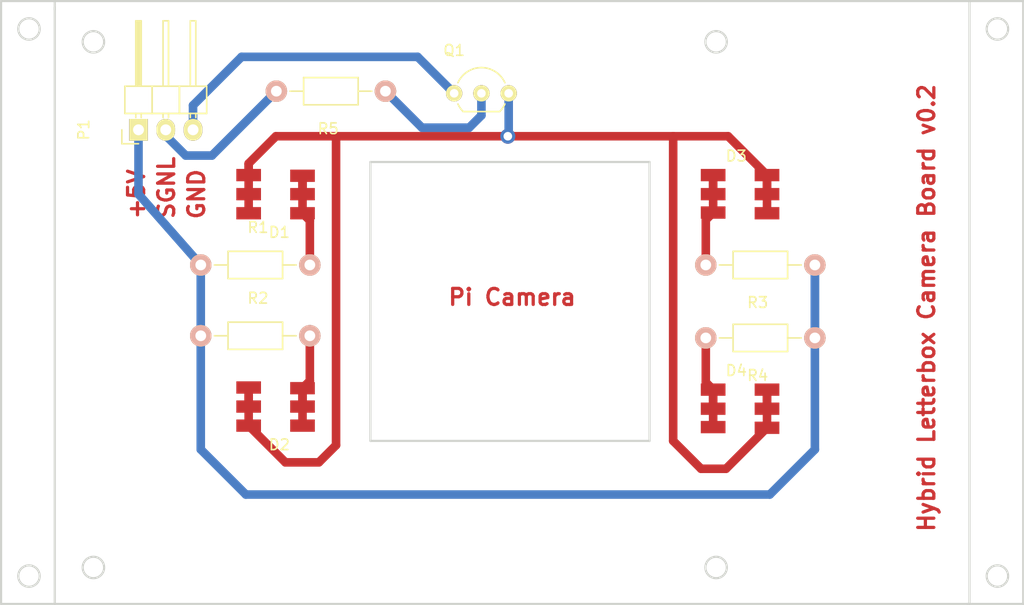
<source format=kicad_pcb>
(kicad_pcb (version 4) (host pcbnew 4.0.1-stable)

  (general
    (links 31)
    (no_connects 1)
    (area 87.899999 59.514624 183.300001 117.265881)
    (thickness 1.6)
    (drawings 49)
    (tracks 65)
    (zones 0)
    (modules 12)
    (nets 10)
  )

  (page A4)
  (layers
    (0 F.Cu signal)
    (31 B.Cu signal)
    (32 B.Adhes user)
    (33 F.Adhes user)
    (34 B.Paste user)
    (35 F.Paste user)
    (36 B.SilkS user)
    (37 F.SilkS user)
    (38 B.Mask user)
    (39 F.Mask user)
    (40 Dwgs.User user hide)
    (41 Cmts.User user)
    (42 Eco1.User user hide)
    (43 Eco2.User user)
    (44 Edge.Cuts user)
    (45 Margin user)
    (46 B.CrtYd user)
    (47 F.CrtYd user)
    (48 B.Fab user)
    (49 F.Fab user)
  )

  (setup
    (last_trace_width 0.8)
    (trace_clearance 0.8)
    (zone_clearance 0.508)
    (zone_45_only yes)
    (trace_min 0.8)
    (segment_width 0.2)
    (edge_width 0.2)
    (via_size 1.4)
    (via_drill 0.8)
    (via_min_size 1.4)
    (via_min_drill 0.8)
    (uvia_size 1.4)
    (uvia_drill 0.8)
    (uvias_allowed no)
    (uvia_min_size 1.4)
    (uvia_min_drill 0.8)
    (pcb_text_width 0.3)
    (pcb_text_size 1.5 1.5)
    (mod_edge_width 0.15)
    (mod_text_size 1 1)
    (mod_text_width 0.15)
    (pad_size 1.5 1.5)
    (pad_drill 0.6)
    (pad_to_mask_clearance 0)
    (aux_axis_origin 0 0)
    (visible_elements FFFFFF7F)
    (pcbplotparams
      (layerselection 0x00000_80000001)
      (usegerberextensions false)
      (excludeedgelayer false)
      (linewidth 0.100000)
      (plotframeref false)
      (viasonmask false)
      (mode 1)
      (useauxorigin false)
      (hpglpennumber 1)
      (hpglpenspeed 20)
      (hpglpendiameter 15)
      (hpglpenoverlay 2)
      (psnegative false)
      (psa4output false)
      (plotreference true)
      (plotvalue true)
      (plotinvisibletext false)
      (padsonsilk false)
      (subtractmaskfromsilk false)
      (outputformat 4)
      (mirror false)
      (drillshape 2)
      (scaleselection 1)
      (outputdirectory plots/))
  )

  (net 0 "")
  (net 1 "Net-(D1-Pad1)")
  (net 2 "Net-(D1-Pad4)")
  (net 3 "Net-(D2-Pad4)")
  (net 4 "Net-(D3-Pad4)")
  (net 5 "Net-(D4-Pad4)")
  (net 6 +5V)
  (net 7 /SGNL)
  (net 8 GND)
  (net 9 "Net-(Q1-Pad2)")

  (net_class Default "This is the default net class."
    (clearance 0.8)
    (trace_width 0.8)
    (via_dia 1.4)
    (via_drill 0.8)
    (uvia_dia 1.4)
    (uvia_drill 0.8)
    (add_net +5V)
    (add_net /SGNL)
    (add_net GND)
    (add_net "Net-(D1-Pad1)")
    (add_net "Net-(D1-Pad4)")
    (add_net "Net-(D2-Pad4)")
    (add_net "Net-(D3-Pad4)")
    (add_net "Net-(D4-Pad4)")
    (add_net "Net-(Q1-Pad2)")
  )

  (module pi_bmp_footprint:pi (layer F.Cu) (tedit 0) (tstamp 56E80640)
    (at 135.4 88.2)
    (fp_text reference G*** (at 0 0) (layer F.SilkS) hide
      (effects (font (thickness 0.3)))
    )
    (fp_text value LOGO (at 0.75 0) (layer F.SilkS) hide
      (effects (font (thickness 0.3)))
    )
    (fp_poly (pts (xy 0.982174 -27.863706) (xy 42.653073 -27.847036) (xy 42.677478 -0.525849) (xy 42.68165 4.507943)
      (xy 42.68378 8.883689) (xy 42.6827 12.648899) (xy 42.677241 15.851081) (xy 42.666236 18.537745)
      (xy 42.648518 20.756401) (xy 42.622919 22.554557) (xy 42.58827 23.979722) (xy 42.543406 25.079407)
      (xy 42.487157 25.90112) (xy 42.418356 26.492371) (xy 42.335835 26.900668) (xy 42.238428 27.173522)
      (xy 42.124965 27.358441) (xy 41.99428 27.502934) (xy 41.988442 27.50878) (xy 41.186659 28.032922)
      (xy 40.48125 28.194371) (xy 40.019373 28.120507) (xy 40.216667 27.971949) (xy 40.942582 27.565494)
      (xy 41.613013 26.990165) (xy 41.969604 26.475672) (xy 41.980555 26.403657) (xy 41.642935 26.325115)
      (xy 40.690667 26.254325) (xy 39.214643 26.194131) (xy 37.305754 26.147377) (xy 35.054893 26.116909)
      (xy 32.552949 26.105571) (xy 32.455555 26.105555) (xy 22.930555 26.105555) (xy 22.930555 23.872683)
      (xy 22.911769 22.659014) (xy 22.817412 21.992332) (xy 22.590488 21.714316) (xy 22.174001 21.666643)
      (xy 22.136805 21.667822) (xy 21.518852 21.444326) (xy 21.284202 20.892545) (xy 21.432421 20.27627)
      (xy 21.963072 19.859291) (xy 22.139861 19.819214) (xy 22.7808 19.522814) (xy 22.88471 19.06087)
      (xy 22.436338 18.687454) (xy 22.211026 18.633564) (xy 21.585527 18.367183) (xy 21.590406 17.971918)
      (xy 22.213107 17.609478) (xy 22.292374 17.585859) (xy 22.360184 17.476897) (xy 21.830491 17.386705)
      (xy 20.811339 17.330176) (xy 20.372916 17.321276) (xy 18.994213 17.318634) (xy 18.176358 17.378195)
      (xy 17.775154 17.535316) (xy 17.646405 17.825354) (xy 17.638889 17.991667) (xy 17.472573 18.508111)
      (xy 16.853752 18.689943) (xy 16.580555 18.697222) (xy 15.805888 18.586345) (xy 15.53314 18.173798)
      (xy 15.522222 17.991667) (xy 15.409571 17.554546) (xy 16.028006 17.554546) (xy 16.374768 17.611038)
      (xy 16.832326 17.546178) (xy 16.837789 17.425752) (xy 16.365635 17.341538) (xy 16.161632 17.397901)
      (xy 16.028006 17.554546) (xy 15.409571 17.554546) (xy 15.374488 17.418414) (xy 15.169444 17.286111)
      (xy 23.636111 17.286111) (xy 23.636111 25.4) (xy 42.333333 25.4) (xy 42.333333 17.286111)
      (xy 23.636111 17.286111) (xy 15.169444 17.286111) (xy 15.0273 17.628947) (xy 14.918768 18.618958)
      (xy 14.847574 20.198393) (xy 14.817442 22.309506) (xy 14.816666 22.754167) (xy 14.793043 25.113561)
      (xy 14.722993 26.823498) (xy 14.607749 27.865773) (xy 14.448542 28.222183) (xy 14.446638 28.222222)
      (xy 14.28965 27.871714) (xy 14.193713 26.819841) (xy 14.158801 25.066076) (xy 14.182055 22.753659)
      (xy 14.2875 17.285096) (xy 11.200694 17.285603) (xy 8.113889 17.286111) (xy 8.113889 22.754167)
      (xy 8.09177 24.957397) (xy 8.027899 26.639645) (xy 7.926 27.743161) (xy 7.789799 28.210197)
      (xy 7.761111 28.222222) (xy 7.619066 27.879703) (xy 7.506197 26.892287) (xy 7.426629 25.320192)
      (xy 7.384486 23.22363) (xy 7.380482 22.665972) (xy 7.360603 20.817422) (xy 7.323587 19.284698)
      (xy 7.273726 18.174528) (xy 7.215315 17.593638) (xy 7.174695 17.550694) (xy 6.791655 17.9125)
      (xy 6.284052 17.965743) (xy 5.999945 17.684355) (xy 5.997222 17.638889) (xy 5.793989 17.295126)
      (xy 5.732639 17.285301) (xy 5.626625 17.610677) (xy 5.567119 18.481642) (xy 5.561978 19.73929)
      (xy 5.579341 20.384728) (xy 5.616363 21.910863) (xy 5.576116 22.902231) (xy 5.430842 23.527881)
      (xy 5.152781 23.956863) (xy 4.96198 24.14438) (xy 4.467354 24.828797) (xy 4.255645 25.844818)
      (xy 4.233333 26.532339) (xy 4.233333 28.26088) (xy 2.557639 28.153357) (xy 0.881944 28.045833)
      (xy 0.881944 26.487731) (xy 1.411111 26.487731) (xy 1.520836 27.46195) (xy 1.77448 27.796327)
      (xy 2.058749 27.50802) (xy 2.260349 26.614187) (xy 2.281289 26.355944) (xy 2.236547 25.398626)
      (xy 1.935935 25.050636) (xy 1.885928 25.047222) (xy 1.541695 25.364772) (xy 1.41251 26.332169)
      (xy 1.411111 26.487731) (xy 0.881944 26.487731) (xy 0.881944 16.756944) (xy 1.561443 16.756944)
      (xy 1.565743 18.756333) (xy 1.578085 20.26031) (xy 1.597217 21.224511) (xy 1.621883 21.604569)
      (xy 1.650831 21.35612) (xy 1.67416 20.745247) (xy 1.712503 18.665463) (xy 1.719968 16.269689)
      (xy 1.696531 13.946811) (xy 1.674645 12.984136) (xy 1.643525 12.186012) (xy 1.615657 12.051821)
      (xy 1.592291 12.539942) (xy 1.574676 13.608755) (xy 1.56406 15.21664) (xy 1.561443 16.756944)
      (xy 0.881944 16.756944) (xy 0.881944 7.231944) (xy 1.411111 7.231944) (xy 1.52586 8.145166)
      (xy 1.892083 8.464435) (xy 1.940278 8.466667) (xy 2.177601 8.577769) (xy 2.333685 8.985762)
      (xy 2.423874 9.802675) (xy 2.463514 11.140539) (xy 2.469444 12.329693) (xy 2.487672 14.100547)
      (xy 2.553085 15.288292) (xy 2.68178 16.01469) (xy 2.889852 16.401501) (xy 3.020902 16.50133)
      (xy 3.39061 16.796831) (xy 3.178829 17.132539) (xy 3.020902 17.267611) (xy 2.566246 17.955245)
      (xy 2.49008 18.742765) (xy 2.688722 19.151685) (xy 2.77184 19.573084) (xy 2.828831 20.546929)
      (xy 2.853862 21.920405) (xy 2.845938 23.270092) (xy 2.842248 25.352134) (xy 2.912284 26.773791)
      (xy 3.061857 27.576957) (xy 3.296777 27.803524) (xy 3.460538 27.701499) (xy 3.577363 27.240347)
      (xy 3.592307 26.375002) (xy 3.579985 26.164767) (xy 3.660161 25.022654) (xy 4.161386 24.231563)
      (xy 4.211717 24.18484) (xy 4.46714 23.914608) (xy 4.654666 23.564622) (xy 4.784727 23.03088)
      (xy 4.86775 22.209377) (xy 4.914165 20.996112) (xy 4.934401 19.28708) (xy 4.938888 16.978279)
      (xy 4.938889 16.933333) (xy 4.934213 14.610088) (xy 4.919681 13.405556) (xy 5.997222 13.405556)
      (xy 6.307342 13.638731) (xy 7.069903 13.755286) (xy 7.231944 13.758333) (xy 8.048059 13.669728)
      (xy 8.456002 13.451853) (xy 8.466667 13.405556) (xy 8.156547 13.17238) (xy 7.393985 13.055825)
      (xy 7.231944 13.052778) (xy 6.41583 13.141383) (xy 6.007886 13.359258) (xy 5.997222 13.405556)
      (xy 4.919681 13.405556) (xy 4.913446 12.888759) (xy 4.866479 11.665734) (xy 4.783204 10.8374)
      (xy 4.653512 10.300143) (xy 4.467294 9.950351) (xy 4.233333 9.701389) (xy 3.702087 8.879558)
      (xy 3.528176 7.61161) (xy 3.527778 7.530046) (xy 3.494121 6.575608) (xy 3.303546 6.1317)
      (xy 2.821646 6.003657) (xy 2.469444 5.997222) (xy 1.758391 6.066053) (xy 1.466746 6.415179)
      (xy 1.411111 7.231944) (xy 0.881944 7.231944) (xy 0.881944 5.468055) (xy 2.557639 5.360532)
      (xy 4.233333 5.253008) (xy 4.233333 6.98155) (xy 4.331116 8.23752) (xy 4.674451 9.051755)
      (xy 4.973771 9.380179) (xy 5.461464 10.001118) (xy 5.585943 10.807547) (xy 5.52602 11.463327)
      (xy 5.445701 12.287904) (xy 5.522431 12.481482) (xy 5.696004 12.239466) (xy 6.085747 11.817111)
      (xy 6.550373 12.01435) (xy 7.273128 12.251167) (xy 7.327927 12.242345) (xy 9.745266 12.242345)
      (xy 10.230555 12.29152) (xy 10.674782 12.242345) (xy 13.978599 12.242345) (xy 14.463889 12.29152)
      (xy 14.964703 12.236081) (xy 14.904861 12.113584) (xy 14.182603 12.06699) (xy 14.022916 12.113584)
      (xy 13.978599 12.242345) (xy 10.674782 12.242345) (xy 10.731369 12.236081) (xy 10.671528 12.113584)
      (xy 9.949269 12.06699) (xy 9.789583 12.113584) (xy 9.745266 12.242345) (xy 7.327927 12.242345)
      (xy 7.668424 12.187529) (xy 8.222781 12.038527) (xy 8.371678 12.059867) (xy 8.603753 11.890302)
      (xy 9.034209 11.341155) (xy 9.502324 10.807362) (xy 9.835182 10.849542) (xy 9.949804 10.988377)
      (xy 10.269185 11.279898) (xy 10.468108 11.009581) (xy 10.747492 10.737791) (xy 11.146806 10.964583)
      (xy 11.557656 11.187272) (xy 11.641666 10.979307) (xy 11.936712 10.657756) (xy 12.347222 10.583333)
      (xy 12.92039 10.736205) (xy 13.052778 10.948523) (xy 13.294685 11.133247) (xy 13.670139 10.998211)
      (xy 14.406766 10.786822) (xy 15.475418 10.651306) (xy 15.786805 10.63556) (xy 17.286111 10.588412)
      (xy 17.286111 12.173373) (xy 17.269911 13.037077) (xy 17.12218 13.516641) (xy 16.694217 13.685734)
      (xy 15.837324 13.618021) (xy 14.728472 13.440454) (xy 13.75953 13.335994) (xy 13.154398 13.376651)
      (xy 13.052778 13.461483) (xy 12.756831 13.702813) (xy 12.347222 13.758333) (xy 11.773598 13.635971)
      (xy 11.641666 13.466654) (xy 11.339396 13.310501) (xy 10.605635 13.327486) (xy 10.54425 13.336041)
      (xy 9.554354 13.301905) (xy 9.106281 13.01036) (xy 8.858641 12.71787) (xy 8.905852 13.044818)
      (xy 8.907987 13.052778) (xy 9.32813 13.483573) (xy 9.993178 13.693571) (xy 10.722712 13.959129)
      (xy 10.927289 14.376427) (xy 10.595063 14.727314) (xy 10.054166 14.816667) (xy 9.391435 14.681247)
      (xy 9.172222 14.420693) (xy 9.03361 14.205282) (xy 8.698791 14.417632) (xy 8.184384 14.641421)
      (xy 7.993235 14.578421) (xy 7.779593 14.615854) (xy 7.761111 14.75787) (xy 7.476356 15.122611)
      (xy 7.231944 15.169444) (xy 6.762042 15.010237) (xy 6.702778 14.875463) (xy 6.416205 14.614406)
      (xy 6.173611 14.581481) (xy 5.75177 14.894136) (xy 5.644444 15.581018) (xy 5.753134 16.309924)
      (xy 6.204853 16.564017) (xy 6.526389 16.580556) (xy 7.235716 16.396553) (xy 7.247965 16.372058)
      (xy 8.999635 16.372058) (xy 9.196542 16.414464) (xy 9.979718 16.442563) (xy 11.1125 16.45171)
      (xy 12.38681 16.441264) (xy 13.150064 16.411659) (xy 13.334311 16.367632) (xy 12.976409 16.321733)
      (xy 11.570278 16.268574) (xy 9.999841 16.290437) (xy 9.448631 16.320063) (xy 8.999635 16.372058)
      (xy 7.247965 16.372058) (xy 7.408333 16.051389) (xy 7.521894 15.809742) (xy 7.938509 15.652544)
      (xy 8.772075 15.563524) (xy 10.13649 15.52641) (xy 11.1125 15.522222) (xy 12.804025 15.538445)
      (xy 13.904411 15.597962) (xy 14.527552 15.717042) (xy 14.787348 15.911959) (xy 14.816666 16.051389)
      (xy 15.007156 16.520855) (xy 15.169444 16.580556) (xy 15.434636 16.278655) (xy 15.442318 16.227778)
      (xy 16.051389 16.227778) (xy 16.131363 16.529791) (xy 16.383347 16.580556) (xy 16.866022 16.39637)
      (xy 16.933333 16.227778) (xy 16.680135 15.885098) (xy 16.601375 15.875) (xy 16.123595 16.131433)
      (xy 16.051389 16.227778) (xy 15.442318 16.227778) (xy 15.522222 15.698611) (xy 15.636128 15.06831)
      (xy 16.120328 14.837729) (xy 16.580555 14.816667) (xy 17.336917 14.911588) (xy 17.613614 15.315088)
      (xy 17.638889 15.698611) (xy 17.688442 16.201412) (xy 17.951548 16.464588) (xy 18.599878 16.565226)
      (xy 19.602939 16.580556) (xy 20.714145 16.558296) (xy 21.268494 16.451438) (xy 21.414261 16.19986)
      (xy 21.381718 16.051389) (xy 22.577778 16.051389) (xy 22.754166 16.227778) (xy 22.930555 16.051389)
      (xy 22.754166 15.875) (xy 22.577778 16.051389) (xy 21.381718 16.051389) (xy 21.343055 15.875)
      (xy 21.299894 15.352715) (xy 21.746819 15.177768) (xy 22.024838 15.169444) (xy 22.699271 15.062547)
      (xy 22.930555 14.849694) (xy 22.651598 14.662794) (xy 22.264814 14.704038) (xy 21.595609 14.660513)
      (xy 21.337673 14.45518) (xy 21.350612 13.97) (xy 21.799823 13.600031) (xy 22.421904 13.551389)
      (xy 22.471768 13.567742) (xy 22.765443 13.370975) (xy 22.950558 12.50902) (xy 23.000935 11.888342)
      (xy 23.07636 10.583333) (xy 23.636111 10.583333) (xy 23.636111 16.580556) (xy 42.333333 16.580556)
      (xy 42.333333 10.583333) (xy 23.636111 10.583333) (xy 23.07636 10.583333) (xy 23.106944 10.054167)
      (xy 32.720139 9.960302) (xy 42.333333 9.866438) (xy 42.333333 6.35) (xy 34.836805 6.344598)
      (xy 32.588427 6.330065) (xy 30.566916 6.292514) (xy 28.883064 6.235996) (xy 27.647664 6.164558)
      (xy 26.971508 6.08225) (xy 26.891292 6.054242) (xy 26.727522 5.776807) (xy 26.612785 5.134079)
      (xy 26.543199 4.049464) (xy 26.514884 2.44637) (xy 26.523958 0.248202) (xy 26.538514 -0.907717)
      (xy 26.627097 -7.055556) (xy 27.163889 -7.055556) (xy 27.163889 5.644444) (xy 42.333333 5.644444)
      (xy 42.333333 -7.055556) (xy 27.163889 -7.055556) (xy 26.627097 -7.055556) (xy 26.634722 -7.584722)
      (xy 34.484028 -7.679666) (xy 42.333333 -7.77461) (xy 42.333333 -11.994445) (xy 34.388216 -11.994444)
      (xy 26.443098 -11.994444) (xy 26.53891 -18.785417) (xy 26.627256 -25.047222) (xy 27.163889 -25.047222)
      (xy 27.163889 -18.932407) (xy 27.176837 -16.92301) (xy 27.212735 -15.163706) (xy 27.267165 -13.773821)
      (xy 27.335705 -12.872681) (xy 27.399074 -12.582407) (xy 27.807287 -12.512059) (xy 28.813105 -12.45011)
      (xy 30.308595 -12.399907) (xy 32.185825 -12.364798) (xy 34.336862 -12.34813) (xy 34.983796 -12.347222)
      (xy 42.333333 -12.347222) (xy 42.333333 -25.047222) (xy 27.163889 -25.047222) (xy 26.627256 -25.047222)
      (xy 26.634722 -25.576389) (xy 34.295275 -25.752778) (xy 37.028248 -25.828114) (xy 39.096007 -25.914376)
      (xy 40.53885 -26.014636) (xy 41.397075 -26.131964) (xy 41.710979 -26.269432) (xy 41.703608 -26.317327)
      (xy 41.419817 -26.659803) (xy 41.011247 -26.930968) (xy 40.39971 -27.138949) (xy 39.507017 -27.291873)
      (xy 38.25498 -27.39787) (xy 36.56541 -27.465065) (xy 34.36012 -27.501587) (xy 31.560921 -27.515564)
      (xy 30.16602 -27.516667) (xy 20.421767 -27.516667) (xy 21.40356 -26.672164) (xy 22.084983 -25.907835)
      (xy 22.356991 -24.991335) (xy 22.385353 -24.343006) (xy 22.283242 -23.270042) (xy 21.867622 -22.473297)
      (xy 21.198413 -21.797821) (xy 20.324362 -21.122516) (xy 19.567667 -20.881989) (xy 18.736987 -20.940069)
      (xy 17.499205 -21.396362) (xy 16.66875 -22.056373) (xy 16.138281 -22.630211) (xy 15.918904 -22.690065)
      (xy 15.875023 -22.268102) (xy 15.875 -22.244672) (xy 15.867022 -22.107364) (xy 15.811303 -21.988582)
      (xy 15.660166 -21.886985) (xy 15.365934 -21.801229) (xy 14.88093 -21.729971) (xy 14.157476 -21.671869)
      (xy 13.147897 -21.625581) (xy 11.804515 -21.589764) (xy 10.079653 -21.563075) (xy 7.925633 -21.544171)
      (xy 5.294779 -21.53171) (xy 2.139415 -21.52435) (xy -1.588139 -21.520747) (xy -5.935557 -21.519558)
      (xy -9.877778 -21.519444) (xy -35.630556 -21.519444) (xy -35.630556 -23.087546) (xy -36.197469 -22.278164)
      (xy -36.902455 -21.549179) (xy -37.520386 -21.163697) (xy -37.988388 -20.933674) (xy -37.810762 -20.8447)
      (xy -37.659028 -20.83625) (xy -37.347144 -20.810093) (xy -37.14588 -20.671403) (xy -37.026105 -20.288894)
      (xy -36.958684 -19.53128) (xy -36.914484 -18.267277) (xy -36.891268 -17.376428) (xy -36.878446 -16.032028)
      (xy -36.950008 -15.230319) (xy -37.141744 -14.810111) (xy -37.489442 -14.610215) (xy -37.506702 -14.604649)
      (xy -38.054211 -14.546192) (xy -38.401199 -14.850441) (xy -38.576896 -15.610762) (xy -38.579907 -15.728009)
      (xy -38.072149 -15.728009) (xy -38.007289 -15.270451) (xy -37.886864 -15.264988) (xy -37.802649 -15.737143)
      (xy -37.859013 -15.941146) (xy -38.015657 -16.074771) (xy -38.072149 -15.728009) (xy -38.579907 -15.728009)
      (xy -38.610533 -16.92052) (xy -38.574418 -18.014978) (xy -38.549853 -18.697222) (xy -38.1 -18.697222)
      (xy -37.970924 -18.406846) (xy -37.864815 -18.462037) (xy -37.822594 -18.880702) (xy -37.864815 -18.932407)
      (xy -38.074541 -18.883982) (xy -38.1 -18.697222) (xy -38.549853 -18.697222) (xy -38.524211 -19.409336)
      (xy -38.548502 -20.242834) (xy -38.678502 -20.658836) (xy -38.945417 -20.800708) (xy -39.183689 -20.813889)
      (xy -39.891716 -21.052974) (xy -40.73757 -21.64699) (xy -40.949359 -21.845086) (xy -41.980556 -22.876282)
      (xy -41.980556 -21.845086) (xy -41.8631 -21.082638) (xy -41.430094 -20.821594) (xy -41.275 -20.813889)
      (xy -40.766169 -20.65512) (xy -40.580081 -20.056709) (xy -40.569445 -19.714411) (xy -40.640619 -18.96385)
      (xy -40.939543 -18.745647) (xy -41.275 -18.799439) (xy -41.810623 -18.798064) (xy -41.977485 -18.290589)
      (xy -41.980556 -18.135029) (xy -41.80142 -17.460381) (xy -41.275 -17.286111) (xy -40.758555 -17.119796)
      (xy -40.576723 -16.500974) (xy -40.569445 -16.227778) (xy -40.680322 -15.453111) (xy -41.092869 -15.180363)
      (xy -41.275 -15.169444) (xy -41.507234 -15.143164) (xy -41.681994 -15.005849) (xy -41.807439 -14.66979)
      (xy -41.891729 -14.047275) (xy -41.943023 -13.050595) (xy -41.96948 -11.592038) (xy -41.979258 -9.583896)
      (xy -41.980556 -7.584722) (xy -41.971085 -4.955884) (xy -41.940026 -2.964073) (xy -41.883408 -1.540982)
      (xy -41.797259 -0.618302) (xy -41.677609 -0.127726) (xy -41.539583 0.00081) (xy -41.324025 -0.195601)
      (xy -41.208409 -0.847273) (xy -41.183338 -2.046389) (xy -41.212662 -3.206036) (xy -41.247174 -4.803786)
      (xy -41.199391 -5.863205) (xy -41.047324 -6.548932) (xy -40.768983 -7.02561) (xy -40.690355 -7.116859)
      (xy -40.204029 -8.113662) (xy -40.16122 -8.842236) (xy -40.180274 -10.136689) (xy -39.840454 -10.895548)
      (xy -39.050212 -11.236171) (xy -38.252616 -11.288889) (xy -37.165171 -11.193649) (xy -36.676135 -10.921844)
      (xy -36.656768 -10.847917) (xy -36.623518 -9.978968) (xy -36.606271 -8.588024) (xy -36.603421 -6.777922)
      (xy -36.61336 -4.651497) (xy -36.634481 -2.311585) (xy -36.665177 0.138976) (xy -36.703842 2.597352)
      (xy -36.748867 4.960706) (xy -36.798647 7.126201) (xy -36.851574 8.991002) (xy -36.906041 10.452272)
      (xy -36.960441 11.407175) (xy -37.00992 11.751031) (xy -37.534105 11.921453) (xy -38.412568 11.939155)
      (xy -38.496114 11.931947) (xy -39.19665 11.828032) (xy -39.562713 11.563089) (xy -39.722808 10.946167)
      (xy -39.79277 10.005195) (xy -40.016808 8.548063) (xy -40.507431 7.646037) (xy -40.58652 7.569269)
      (xy -40.926735 7.158218) (xy -41.134608 6.569313) (xy -41.240357 5.638255) (xy -41.2742 4.200747)
      (xy -41.275 3.825879) (xy -41.312605 2.323294) (xy -41.416501 1.253821) (xy -41.573313 0.735766)
      (xy -41.627778 0.705555) (xy -41.735854 1.054652) (xy -41.825089 2.087684) (xy -41.894813 3.783267)
      (xy -41.944357 6.120015) (xy -41.973052 9.076543) (xy -41.980556 11.978409) (xy -41.980556 23.251263)
      (xy -41.114647 22.385353) (xy -40.28929 21.783225) (xy -39.474868 21.509521) (xy -39.438952 21.508225)
      (xy -38.883495 21.459516) (xy -38.975987 21.243251) (xy -39.246528 21.028362) (xy -39.726579 20.276234)
      (xy -39.765139 19.967601) (xy -39.114139 19.967601) (xy -38.769799 20.58052) (xy -37.968835 20.767416)
      (xy -37.485474 20.747159) (xy -36.636056 20.633789) (xy -36.258989 20.337269) (xy -36.162615 19.637747)
      (xy -36.159722 19.226389) (xy -36.193668 18.323162) (xy -36.431291 17.921815) (xy -37.076266 17.818671)
      (xy -37.570833 17.815278) (xy -38.486789 17.865868) (xy -38.917814 18.113158) (xy -39.082509 18.700425)
      (xy -39.096447 18.815217) (xy -39.114139 19.967601) (xy -39.765139 19.967601) (xy -39.858713 19.218665)
      (xy -39.645359 18.162639) (xy -39.21875 17.517176) (xy -38.250521 17.036037) (xy -37.104979 16.987327)
      (xy -36.102679 17.365192) (xy -35.861621 17.578472) (xy -35.35051 18.56508) (xy -35.332951 19.658754)
      (xy -35.736503 20.652688) (xy -36.488725 21.340074) (xy -37.245834 21.530172) (xy -37.709753 21.566286)
      (xy -37.56973 21.737867) (xy -37.218056 21.945535) (xy -36.490764 22.472052) (xy -36.159722 22.809245)
      (xy -35.68098 23.044567) (xy -34.626251 23.2147) (xy -32.945276 23.325964) (xy -31.75 23.36402)
      (xy -27.693056 23.459722) (xy -27.588743 25.840972) (xy -27.580856 27.20578) (xy -27.692146 28.021371)
      (xy -27.853326 28.222222) (xy -28.060254 27.895705) (xy -28.19063 27.017647) (xy -28.222222 26.105555)
      (xy -28.222222 23.988889) (xy -35.277778 23.988889) (xy -35.277778 26.105555) (xy -35.340161 27.379344)
      (xy -35.516242 28.096356) (xy -35.671682 28.222222) (xy -35.918221 27.928286) (xy -35.899224 27.351961)
      (xy -35.732863 26.4817) (xy -36.76711 27.351961) (xy -37.878812 27.962944) (xy -39.211172 28.243328)
      (xy -40.514335 28.181822) (xy -41.538445 27.767138) (xy -41.749491 27.577083) (xy -41.858988 27.410558)
      (xy -41.953994 27.138111) (xy -41.997243 26.912233) (xy -41.570911 26.912233) (xy -41.485076 27.109382)
      (xy -41.129867 27.488104) (xy -40.925656 27.410415) (xy -40.922222 27.361098) (xy -41.172793 27.062712)
      (xy -41.329507 26.953813) (xy -41.570911 26.912233) (xy -41.997243 26.912233) (xy -42.035524 26.71231)
      (xy -42.104592 26.085725) (xy -42.159441 25.253012) (xy -41.602196 25.253012) (xy -41.452918 25.803974)
      (xy -40.812006 26.600501) (xy -40.787821 26.624805) (xy -39.916508 27.237076) (xy -38.842505 27.373835)
      (xy -38.642415 27.361181) (xy -37.640128 27.164107) (xy -36.90403 26.817896) (xy -36.844413 26.765048)
      (xy -36.416801 26.066935) (xy -36.140025 25.213319) (xy -36.195532 24.016663) (xy -36.768064 23.06336)
      (xy -37.690113 22.425803) (xy -38.794175 22.176386) (xy -39.912742 22.387502) (xy -40.87831 23.131544)
      (xy -40.898424 23.156816) (xy -41.365855 23.908778) (xy -41.329015 24.43216) (xy -41.233611 24.567927)
      (xy -41.016692 24.966688) (xy -41.231804 25.047222) (xy -41.602196 25.253012) (xy -42.159441 25.253012)
      (xy -42.162214 25.210926) (xy -42.209405 24.04048) (xy -42.24718 22.526959) (xy -42.276555 20.622931)
      (xy -42.298544 18.280964) (xy -42.314162 15.453629) (xy -42.324425 12.093495) (xy -42.330349 8.153131)
      (xy -42.332947 3.585106) (xy -42.333319 0.414074) (xy -40.569445 0.414074) (xy -40.564683 2.725377)
      (xy -40.543565 4.435339) (xy -40.495839 5.64815) (xy -40.411252 6.467998) (xy -40.279553 6.999072)
      (xy -40.09049 7.345561) (xy -39.863889 7.584722) (xy -39.339121 8.38778) (xy -39.159688 9.626447)
      (xy -39.158333 9.779497) (xy -39.1281 10.738842) (xy -38.957509 11.171376) (xy -38.526725 11.255544)
      (xy -38.188195 11.224127) (xy -37.490739 11.020323) (xy -37.182017 10.473677) (xy -37.107329 9.963547)
      (xy -37.168402 9.0072) (xy -37.548301 8.602887) (xy -37.805048 8.381701) (xy -37.970348 7.872703)
      (xy -38.061921 6.952734) (xy -38.097485 5.498631) (xy -38.1 4.767952) (xy -38.123554 3.01858)
      (xy -38.205721 1.845827) (xy -38.36376 1.12197) (xy -38.614932 0.719286) (xy -38.651458 0.687055)
      (xy -39.021166 0.291623) (xy -38.933527 0.176389) (xy -37.244113 0.176389) (xy -37.239813 2.175777)
      (xy -37.22747 3.679755) (xy -37.208339 4.643955) (xy -37.183672 5.024014) (xy -37.154725 4.775564)
      (xy -37.131395 4.164691) (xy -37.093053 2.084908) (xy -37.085588 -0.310867) (xy -37.109024 -2.633744)
      (xy -37.130911 -3.59642) (xy -37.162031 -4.394544) (xy -37.189899 -4.528735) (xy -37.213264 -4.040614)
      (xy -37.230879 -2.9718) (xy -37.241495 -1.363915) (xy -37.244113 0.176389) (xy -38.933527 0.176389)
      (xy -38.809385 0.013159) (xy -38.651458 -0.079226) (xy -38.394941 -0.354967) (xy -38.229263 -0.920596)
      (xy -38.137344 -1.900196) (xy -38.102105 -3.417848) (xy -38.1 -4.085546) (xy -38.080349 -5.812739)
      (xy -38.010773 -6.95267) (xy -37.875334 -7.622813) (xy -37.658098 -7.940643) (xy -37.570833 -7.986315)
      (xy -37.17121 -8.490924) (xy -37.041667 -9.386354) (xy -37.097542 -10.185313) (xy -37.408385 -10.515724)
      (xy -38.189022 -10.583142) (xy -38.292644 -10.583333) (xy -39.543621 -10.583333) (xy -39.462054 -9.007586)
      (xy -39.560067 -7.597245) (xy -39.974966 -6.774947) (xy -40.188401 -6.455062) (xy -40.344813 -5.96832)
      (xy -40.452637 -5.212725) (xy -40.520307 -4.086279) (xy -40.556258 -2.486988) (xy -40.568923 -0.312855)
      (xy -40.569445 0.414074) (xy -42.333319 0.414074) (xy -42.333333 0.298299) (xy -42.333333 -24.46081)
      (xy -41.427848 -24.46081) (xy -41.408934 -23.910497) (xy -40.980064 -22.625779) (xy -40.109176 -21.830195)
      (xy -38.916745 -21.586955) (xy -37.611277 -21.917984) (xy -36.682474 -22.686255) (xy -36.191283 -23.800335)
      (xy -36.250397 -24.991438) (xy -36.28343 -25.085049) (xy -36.852755 -26.07421) (xy -37.720905 -26.580057)
      (xy -38.895571 -26.719613) (xy -40.202831 -26.454046) (xy -41.074651 -25.670121) (xy -41.427848 -24.46081)
      (xy -42.333333 -24.46081) (xy -42.333333 -26.335345) (xy -41.511029 -27.10786) (xy -41.075874 -27.516667)
      (xy -37.369233 -27.516667) (xy -36.588089 -26.722917) (xy -36.01981 -26.22646) (xy -35.71406 -26.243202)
      (xy -35.59518 -26.458333) (xy -34.925 -26.458333) (xy -34.925 -22.225) (xy 15.169444 -22.225)
      (xy 15.169444 -24.870833) (xy 16.541768 -24.870833) (xy 16.616456 -23.508783) (xy 17.181127 -22.445847)
      (xy 18.088062 -21.764263) (xy 19.189538 -21.54627) (xy 20.337836 -21.874106) (xy 21.006313 -22.385354)
      (xy 21.707116 -23.487795) (xy 21.803065 -24.635076) (xy 21.364446 -25.66711) (xy 20.461545 -26.42381)
      (xy 19.164646 -26.745088) (xy 19.091423 -26.746841) (xy 17.737719 -26.513165) (xy 16.866902 -25.785001)
      (xy 16.541768 -24.870833) (xy 15.169444 -24.870833) (xy 15.169444 -26.458333) (xy -34.925 -26.458333)
      (xy -35.59518 -26.458333) (xy -35.454714 -26.600741) (xy -35.114121 -26.719308) (xy -34.507873 -26.817659)
      (xy -33.570447 -26.899419) (xy -32.236316 -26.968212) (xy -30.439956 -27.027663) (xy -28.115841 -27.081396)
      (xy -25.198447 -27.133037) (xy -22.718791 -27.170595) (xy -10.353811 -27.349358) (xy -9.701389 -27.349358)
      (xy 3.086805 -27.252223) (xy 15.875 -27.155088) (xy 15.885727 -26.365738) (xy 15.932091 -25.837865)
      (xy 16.115881 -25.963052) (xy 16.249745 -26.18251) (xy 16.866038 -26.890111) (xy 17.209156 -27.141922)
      (xy 17.07193 -27.240855) (xy 16.279429 -27.319298) (xy 14.822677 -27.377444) (xy 12.6927 -27.415483)
      (xy 9.880524 -27.433606) (xy 6.377172 -27.432005) (xy 4.056944 -27.422285) (xy -9.701389 -27.349358)
      (xy -10.353811 -27.349358) (xy -10.054167 -27.35369) (xy -23.7117 -27.435178) (xy -37.369233 -27.516667)
      (xy -41.075874 -27.516667) (xy -40.688724 -27.880375) (xy 0.982174 -27.863706)) (layer Eco1.User) (width 0.01))
    (fp_poly (pts (xy -16.422785 12.911608) (xy -15.928983 13.497686) (xy -15.870588 14.254881) (xy -15.983164 14.505992)
      (xy -16.157993 15.202965) (xy -15.898774 15.669965) (xy -15.650686 16.132237) (xy -15.831804 16.227778)
      (xy -16.182827 16.512806) (xy -16.227778 16.756944) (xy -16.140212 16.943664) (xy -15.818765 17.081647)
      (xy -15.175312 17.17785) (xy -14.121727 17.23923) (xy -12.569887 17.272744) (xy -10.431666 17.285351)
      (xy -9.525 17.286111) (xy -2.822222 17.286111) (xy -2.822222 22.754167) (xy -2.844341 24.957397)
      (xy -2.908212 26.639645) (xy -3.010112 27.743161) (xy -3.146312 28.210197) (xy -3.175 28.222222)
      (xy -3.320447 27.880295) (xy -3.430608 26.896563) (xy -3.501136 25.334095) (xy -3.527679 23.255963)
      (xy -3.527778 23.106944) (xy -3.527778 17.991667) (xy -17.286111 17.991667) (xy -17.286111 23.106944)
      (xy -17.309692 25.215919) (xy -17.377536 26.813264) (xy -17.485292 27.835909) (xy -17.628612 28.220783)
      (xy -17.638889 28.222222) (xy -17.78332 27.880009) (xy -17.892985 26.894295) (xy -17.963737 25.326473)
      (xy -17.991426 23.237932) (xy -17.991667 23.001111) (xy -17.96578 20.618516) (xy -17.886382 18.904918)
      (xy -17.75087 17.825598) (xy -17.568334 17.356667) (xy -17.359834 16.995528) (xy -17.520669 16.933333)
      (xy -17.735701 16.604215) (xy -17.80788 16.021991) (xy -16.905483 16.021991) (xy -16.840622 16.479549)
      (xy -16.720197 16.485012) (xy -16.635983 16.012857) (xy -16.692346 15.808854) (xy -16.848991 15.675229)
      (xy -16.905483 16.021991) (xy -17.80788 16.021991) (xy -17.847559 15.701927) (xy -17.855808 14.909583)
      (xy -17.801761 13.905324) (xy -16.905483 13.905324) (xy -16.840622 14.362882) (xy -16.720197 14.368345)
      (xy -16.635983 13.89619) (xy -16.692346 13.692187) (xy -16.848991 13.558562) (xy -16.905483 13.905324)
      (xy -17.801761 13.905324) (xy -17.791933 13.722723) (xy -17.625584 13.073777) (xy -17.303886 12.796852)
      (xy -17.171279 12.76192) (xy -16.422785 12.911608)) (layer Eco1.User) (width 0.01))
    (fp_poly (pts (xy 16.465032 27.738395) (xy 16.51294 27.842986) (xy 16.342647 28.164663) (xy 16.051389 28.222222)
      (xy 15.612332 28.043223) (xy 15.589838 27.842986) (xy 15.954039 27.47851) (xy 16.051389 27.46375)
      (xy 16.465032 27.738395)) (layer Eco1.User) (width 0.01))
    (fp_poly (pts (xy 18.219133 19.421694) (xy 18.796602 19.538929) (xy 19.015699 19.845214) (xy 19.05 20.417014)
      (xy 19.174474 21.173474) (xy 19.691638 21.539415) (xy 20.10813 21.642876) (xy 21.07281 22.142585)
      (xy 21.925141 23.090102) (xy 22.473327 24.232169) (xy 22.576459 24.90222) (xy 22.370966 25.627145)
      (xy 21.853484 26.569614) (xy 21.607639 26.917836) (xy 20.89824 27.733193) (xy 20.20485 28.106016)
      (xy 19.191852 28.205464) (xy 19.05 28.206955) (xy 17.999881 28.148743) (xy 17.334945 27.850516)
      (xy 16.739513 27.1535) (xy 16.624653 26.987098) (xy 15.966777 25.555683) (xy 15.933592 25.078035)
      (xy 16.497946 25.078035) (xy 16.875987 26.27894) (xy 17.286111 26.811111) (xy 18.341868 27.41691)
      (xy 19.563076 27.442126) (xy 20.728446 26.896297) (xy 21.006313 26.650758) (xy 21.733686 25.528076)
      (xy 21.761738 24.331898) (xy 21.141062 23.15452) (xy 20.160877 22.423553) (xy 18.943558 22.220159)
      (xy 17.742961 22.565222) (xy 17.346421 22.842361) (xy 16.65601 23.850118) (xy 16.497946 25.078035)
      (xy 15.933592 25.078035) (xy 15.868761 24.144912) (xy 16.305946 22.912546) (xy 17.253678 22.016348)
      (xy 17.414717 21.931976) (xy 17.789971 21.705681) (xy 17.636985 21.591515) (xy 16.874472 21.547128)
      (xy 16.66875 21.54332) (xy 15.727457 21.491581) (xy 15.294874 21.281894) (xy 15.174339 20.772308)
      (xy 15.169444 20.461111) (xy 16.227778 20.461111) (xy 16.529678 20.726303) (xy 17.109722 20.813889)
      (xy 17.772701 20.693129) (xy 17.991666 20.461111) (xy 17.689766 20.195919) (xy 17.109722 20.108333)
      (xy 16.446743 20.229093) (xy 16.227778 20.461111) (xy 15.169444 20.461111) (xy 15.202025 19.856079)
      (xy 15.415544 19.541164) (xy 15.983664 19.421639) (xy 17.080051 19.402779) (xy 17.109722 19.402778)
      (xy 18.219133 19.421694)) (layer Eco1.User) (width 0.01))
    (fp_poly (pts (xy 22.537977 27.449624) (xy 22.577778 27.693055) (xy 22.387288 28.162521) (xy 22.225 28.222222)
      (xy 21.912023 27.936487) (xy 21.872222 27.693055) (xy 22.062712 27.22359) (xy 22.225 27.163889)
      (xy 22.537977 27.449624)) (layer Eco1.User) (width 0.01))
    (fp_poly (pts (xy -18.73884 21.092601) (xy -18.708917 21.714974) (xy -18.862645 22.360366) (xy -19.138195 22.696918)
      (xy -19.398161 22.856308) (xy -19.138195 22.902705) (xy -18.776435 23.221683) (xy -18.697222 23.619386)
      (xy -18.773543 24.001672) (xy -19.109917 24.200191) (xy -19.867463 24.26291) (xy -20.813889 24.249548)
      (xy -21.930497 24.17658) (xy -22.697498 24.046108) (xy -22.930556 23.913496) (xy -23.217338 23.66712)
      (xy -23.459722 23.636111) (xy -23.886253 23.330994) (xy -23.988889 22.782197) (xy -23.956226 22.656989)
      (xy -22.579017 22.656989) (xy -22.342593 23.048148) (xy -21.773594 23.282118) (xy -21.006589 23.2767)
      (xy -20.349987 23.072474) (xy -20.108333 22.754167) (xy -20.376082 22.362786) (xy -21.230602 22.225957)
      (xy -21.343056 22.225) (xy -22.282995 22.335969) (xy -22.579017 22.656989) (xy -23.956226 22.656989)
      (xy -23.813815 22.111099) (xy -23.164929 21.75351) (xy -22.934601 21.696722) (xy -22.124951 21.43645)
      (xy -21.683524 21.14675) (xy -21.272583 21.055511) (xy -20.806339 21.253252) (xy -20.161227 21.500607)
      (xy -19.693805 21.246027) (xy -19.172773 20.869337) (xy -18.979445 20.813889) (xy -18.73884 21.092601)) (layer Eco1.User) (width 0.01))
    (fp_poly (pts (xy -0.685227 21.563828) (xy -0.469617 22.313194) (xy -0.517429 23.020957) (xy -0.936893 23.266151)
      (xy -1.279291 23.283333) (xy -1.909323 23.178428) (xy -2.08091 22.718664) (xy -2.051905 22.313194)
      (xy -1.792783 21.55445) (xy -1.242231 21.343056) (xy -0.685227 21.563828)) (layer Eco1.User) (width 0.01))
    (fp_poly (pts (xy -31.02828 20.840043) (xy -30.865135 21.414105) (xy -30.912153 21.590795) (xy -31.377361 21.867566)
      (xy -31.898943 21.741972) (xy -32.102778 21.363875) (xy -31.888473 20.76853) (xy -31.428047 20.568995)
      (xy -31.02828 20.840043)) (layer Eco1.User) (width 0.01))
    (fp_poly (pts (xy -28.598239 17.791698) (xy -28.427464 17.853021) (xy -27.946431 18.287761) (xy -27.943244 18.834228)
      (xy -28.310417 19.139621) (xy -28.548493 19.384948) (xy -28.249638 19.895606) (xy -28.235539 19.91275)
      (xy -27.91697 20.441799) (xy -28.155252 20.845473) (xy -28.391159 21.028453) (xy -29.333432 21.467336)
      (xy -30.12543 21.397987) (xy -30.58274 20.838404) (xy -30.58945 20.813889) (xy -30.868679 20.241991)
      (xy -31.08559 20.108333) (xy -31.362248 19.821997) (xy -31.397222 19.579167) (xy -31.325651 19.402778)
      (xy -29.986111 19.402778) (xy -29.883927 20.145868) (xy -29.637722 20.46103) (xy -29.633333 20.461111)
      (xy -29.385637 20.154558) (xy -29.280583 19.415945) (xy -29.280556 19.402778) (xy -29.38274 18.659687)
      (xy -29.628945 18.344526) (xy -29.633333 18.344444) (xy -29.88103 18.650997) (xy -29.986084 19.389611)
      (xy -29.986111 19.402778) (xy -31.325651 19.402778) (xy -31.206732 19.109701) (xy -31.044445 19.05)
      (xy -30.757818 18.754531) (xy -30.691667 18.344444) (xy -30.401446 17.809029) (xy -29.646019 17.612274)
      (xy -28.598239 17.791698)) (layer Eco1.User) (width 0.01))
    (fp_poly (pts (xy -23.381549 17.932998) (xy -23.283333 18.344444) (xy -23.503915 18.919045) (xy -23.8125 19.05)
      (xy -24.282255 19.22044) (xy -24.341667 19.365034) (xy -24.060922 19.750686) (xy -23.8125 19.883129)
      (xy -23.37673 20.361665) (xy -23.283333 20.802817) (xy -23.501323 21.386111) (xy -23.8125 21.519444)
      (xy -24.282534 21.370979) (xy -24.341667 21.245539) (xy -24.65223 21.103939) (xy -25.428432 21.082439)
      (xy -25.747609 21.105711) (xy -26.683264 21.137213) (xy -27.18204 20.917359) (xy -27.499694 20.329181)
      (xy -27.511176 20.299165) (xy -27.633025 19.35086) (xy -27.008672 19.35086) (xy -26.9875 19.402778)
      (xy -26.499991 19.678355) (xy -25.929167 19.755556) (xy -25.19045 19.622391) (xy -24.870833 19.402778)
      (xy -25.021094 19.163786) (xy -25.743192 19.053017) (xy -25.929167 19.05) (xy -26.74295 19.132356)
      (xy -27.008672 19.35086) (xy -27.633025 19.35086) (xy -27.656803 19.165814) (xy -27.229583 18.300025)
      (xy -26.322904 17.848426) (xy -25.929167 17.815278) (xy -25.091007 17.922858) (xy -24.611652 18.168056)
      (xy -24.380132 18.270235) (xy -24.347069 18.079861) (xy -24.057513 17.689061) (xy -23.8125 17.638889)
      (xy -23.381549 17.932998)) (layer Eco1.User) (width 0.01))
    (fp_poly (pts (xy -34.16924 17.700469) (xy -33.646099 17.8984) (xy -33.404415 18.425295) (xy -33.338037 19.226389)
      (xy -33.463233 20.460669) (xy -33.934737 21.081093) (xy -34.286819 21.161265) (xy -34.662774 20.91629)
      (xy -34.670648 20.902083) (xy -34.772628 20.41232) (xy -34.861125 19.499764) (xy -34.883719 19.11158)
      (xy -34.894395 18.16513) (xy -34.745988 17.745681) (xy -34.349876 17.678206) (xy -34.16924 17.700469)) (layer Eco1.User) (width 0.01))
    (fp_poly (pts (xy 6.959435 18.636849) (xy 7.055555 19.02918) (xy 6.889607 19.712804) (xy 6.509673 19.991837)
      (xy 6.222816 19.863557) (xy 5.99278 19.296359) (xy 6.101719 18.674147) (xy 6.479597 18.34739)
      (xy 6.526389 18.344444) (xy 6.959435 18.636849)) (layer Eco1.User) (width 0.01))
    (fp_poly (pts (xy -20.57746 12.508211) (xy -20.324203 12.900713) (xy -19.894248 13.283612) (xy -19.360473 13.215739)
      (xy -18.594874 13.236159) (xy -18.184727 13.731477) (xy -18.237475 14.341193) (xy -18.704046 14.653186)
      (xy -19.309163 14.58798) (xy -19.942918 14.512154) (xy -20.050287 14.780853) (xy -20.027246 14.855073)
      (xy -19.585029 15.214067) (xy -19.099307 15.261798) (xy -18.503331 15.330737) (xy -18.344445 15.526381)
      (xy -18.348617 16.116589) (xy -18.348991 16.139583) (xy -18.646332 16.389415) (xy -18.966352 16.454861)
      (xy -19.760977 16.521164) (xy -20.020139 16.543056) (xy -20.41239 16.864528) (xy -20.461111 17.109722)
      (xy -20.753142 17.544247) (xy -21.138637 17.638889) (xy -21.736109 17.348851) (xy -22.048611 16.580556)
      (xy -22.304597 15.839934) (xy -22.59945 15.522421) (xy -22.605808 15.522222) (xy -22.894051 15.23607)
      (xy -22.930556 14.993056) (xy -22.867836 14.816667) (xy -21.519445 14.816667) (xy -21.41726 15.559757)
      (xy -21.171056 15.874919) (xy -21.166667 15.875) (xy -20.91897 15.568447) (xy -20.813916 14.829834)
      (xy -20.813889 14.816667) (xy -20.916073 14.073576) (xy -21.162278 13.758415) (xy -21.166667 13.758333)
      (xy -21.414364 14.064886) (xy -21.519418 14.8035) (xy -21.519445 14.816667) (xy -22.867836 14.816667)
      (xy -22.763503 14.523255) (xy -22.621875 14.463889) (xy -22.344717 14.159125) (xy -22.105298 13.424171)
      (xy -22.101528 13.405556) (xy -21.730689 12.641457) (xy -21.149913 12.321677) (xy -20.57746 12.508211)) (layer Eco1.User) (width 0.01))
    (fp_poly (pts (xy -34.21298 13.288997) (xy -31.920761 13.365216) (xy -31.309028 13.392353) (xy -29.633333 13.469306)
      (xy -29.633333 14.84833) (xy -29.673845 15.73741) (xy -29.909048 16.122233) (xy -30.509445 16.203681)
      (xy -30.779861 16.199148) (xy -31.750266 16.221812) (xy -33.093115 16.309419) (xy -34.219445 16.41301)
      (xy -35.426568 16.5038) (xy -36.337518 16.504204) (xy -36.738438 16.421278) (xy -37.201988 16.263566)
      (xy -38.098399 16.144883) (xy -38.502327 16.119432) (xy -39.457935 16.045643) (xy -39.903149 15.827115)
      (xy -40.032838 15.29878) (xy -40.040278 14.816667) (xy -39.511111 14.816667) (xy -39.242656 15.159193)
      (xy -39.158333 15.169444) (xy -38.815807 14.900989) (xy -38.805556 14.816667) (xy -37.747222 14.816667)
      (xy -37.478767 15.159193) (xy -37.394445 15.169444) (xy -37.051918 14.900989) (xy -37.041667 14.816667)
      (xy -37.225993 14.581481) (xy -35.983333 14.581481) (xy -35.862679 15.412596) (xy -35.384687 15.792422)
      (xy -34.513426 15.875) (xy -33.803929 15.780344) (xy -33.542774 15.348107) (xy -33.513889 14.816667)
      (xy -33.527117 14.680014) (xy -32.687067 14.680014) (xy -32.631945 14.816667) (xy -32.314936 15.153211)
      (xy -32.258347 15.169444) (xy -32.106823 14.896503) (xy -32.102778 14.816667) (xy -30.691667 14.816667)
      (xy -30.423212 15.159193) (xy -30.338889 15.169444) (xy -29.996363 14.900989) (xy -29.986111 14.816667)
      (xy -30.254566 14.47414) (xy -30.338889 14.463889) (xy -30.681415 14.732344) (xy -30.691667 14.816667)
      (xy -32.102778 14.816667) (xy -32.373977 14.477445) (xy -32.476376 14.463889) (xy -32.687067 14.680014)
      (xy -33.527117 14.680014) (xy -33.58272 14.105613) (xy -33.931846 13.813969) (xy -34.748611 13.758333)
      (xy -35.587078 13.827558) (xy -35.929578 14.125631) (xy -35.983333 14.581481) (xy -37.225993 14.581481)
      (xy -37.310122 14.47414) (xy -37.394445 14.463889) (xy -37.736971 14.732344) (xy -37.747222 14.816667)
      (xy -38.805556 14.816667) (xy -39.074011 14.47414) (xy -39.158333 14.463889) (xy -39.50086 14.732344)
      (xy -39.511111 14.816667) (xy -40.040278 14.816667) (xy -39.954413 13.950215) (xy -39.611908 13.561165)
      (xy -39.246528 13.469214) (xy -38.603839 13.549955) (xy -38.447376 13.821992) (xy -38.359848 14.06942)
      (xy -38.114751 13.770121) (xy -37.771755 13.523191) (xy -37.059668 13.36361) (xy -35.899679 13.287003)
      (xy -34.21298 13.288997)) (layer Eco1.User) (width 0.01))
    (fp_poly (pts (xy -7.242202 14.296722) (xy -6.397275 14.356316) (xy -5.958651 14.514173) (xy -5.776705 14.818185)
      (xy -5.712301 15.225568) (xy -5.603769 16.163636) (xy -11.682342 16.163636) (xy -11.57381 15.225568)
      (xy -11.56397 15.169444) (xy -10.936111 15.169444) (xy -10.807035 15.45982) (xy -10.700926 15.40463)
      (xy -10.677209 15.169444) (xy -9.525 15.169444) (xy -9.395924 15.45982) (xy -9.289815 15.40463)
      (xy -9.266098 15.169444) (xy -8.113889 15.169444) (xy -7.984813 15.45982) (xy -7.878704 15.40463)
      (xy -7.854987 15.169444) (xy -6.702778 15.169444) (xy -6.434323 15.511971) (xy -6.35 15.522222)
      (xy -6.007474 15.253767) (xy -5.997222 15.169444) (xy -6.265677 14.826918) (xy -6.35 14.816667)
      (xy -6.692527 15.085122) (xy -6.702778 15.169444) (xy -7.854987 15.169444) (xy -7.836483 14.985965)
      (xy -7.878704 14.934259) (xy -8.08843 14.982685) (xy -8.113889 15.169444) (xy -9.266098 15.169444)
      (xy -9.247594 14.985965) (xy -9.289815 14.934259) (xy -9.499541 14.982685) (xy -9.525 15.169444)
      (xy -10.677209 15.169444) (xy -10.658705 14.985965) (xy -10.700926 14.934259) (xy -10.910652 14.982685)
      (xy -10.936111 15.169444) (xy -11.56397 15.169444) (xy -11.492234 14.760298) (xy -11.280715 14.481748)
      (xy -10.789629 14.342026) (xy -9.869351 14.29324) (xy -8.643056 14.2875) (xy -7.242202 14.296722)) (layer Eco1.User) (width 0.01))
    (fp_poly (pts (xy -13.303849 14.222948) (xy -13.116436 14.728472) (xy -13.160559 15.31631) (xy -13.652883 15.513119)
      (xy -13.934722 15.522222) (xy -14.608766 15.413428) (xy -14.776614 14.96986) (xy -14.753008 14.728472)
      (xy -14.706437 14.640278) (xy -14.111111 14.640278) (xy -13.934722 14.816667) (xy -13.758334 14.640278)
      (xy -13.934722 14.463889) (xy -14.111111 14.640278) (xy -14.706437 14.640278) (xy -14.40255 14.064791)
      (xy -13.934722 13.934722) (xy -13.303849 14.222948)) (layer Eco1.User) (width 0.01))
    (fp_poly (pts (xy -24.949408 9.654414) (xy -24.318475 9.89019) (xy -23.866923 10.482658) (xy -23.619648 11.501306)
      (xy -23.57665 12.696978) (xy -23.737929 13.820515) (xy -24.103484 14.622763) (xy -24.318475 14.804255)
      (xy -25.450055 15.118049) (xy -26.733127 15.080591) (xy -27.604861 14.78841) (xy -28.023777 14.19075)
      (xy -28.243856 13.169542) (xy -28.268414 11.974798) (xy -28.165587 11.288889) (xy -27.516667 11.288889)
      (xy -27.516667 14.111111) (xy -24.341667 14.111111) (xy -24.341667 11.288889) (xy -27.516667 11.288889)
      (xy -28.165587 11.288889) (xy -28.10077 10.856533) (xy -27.744242 10.06476) (xy -27.539859 9.89019)
      (xy -26.304136 9.555536) (xy -24.949408 9.654414)) (layer Eco1.User) (width 0.01))
    (fp_poly (pts (xy 14.692288 13.984305) (xy 14.816666 14.2875) (xy 14.535659 14.687038) (xy 13.926284 14.824214)
      (xy 13.339007 14.628992) (xy 13.297554 14.591072) (xy 13.205408 14.166704) (xy 13.636863 13.837544)
      (xy 14.131931 13.758333) (xy 14.692288 13.984305)) (layer Eco1.User) (width 0.01))
    (fp_poly (pts (xy -30.887585 8.347093) (xy -30.217176 8.759028) (xy -29.736038 9.727257) (xy -29.687327 10.872799)
      (xy -30.065192 11.875099) (xy -30.278473 12.116157) (xy -31.246702 12.597296) (xy -32.392243 12.646006)
      (xy -33.394544 12.268141) (xy -33.635602 12.054861) (xy -34.048652 11.223866) (xy -34.122228 10.710364)
      (xy -33.648485 10.710364) (xy -33.387075 11.561351) (xy -33.380997 11.571287) (xy -32.816925 11.910519)
      (xy -31.943147 11.971138) (xy -31.093522 11.763727) (xy -30.709372 11.486611) (xy -30.433026 10.774168)
      (xy -30.401593 9.987305) (xy -30.598385 9.281994) (xy -31.123313 8.967684) (xy -31.684851 8.883569)
      (xy -32.618849 8.906446) (xy -33.269208 9.116194) (xy -33.284859 9.128534) (xy -33.609602 9.777183)
      (xy -33.648485 10.710364) (xy -34.122228 10.710364) (xy -34.205202 10.131282) (xy -34.090538 9.099585)
      (xy -33.796111 8.537222) (xy -33.026544 8.184031) (xy -31.949375 8.127327) (xy -30.887585 8.347093)) (layer Eco1.User) (width 0.01))
    (fp_poly (pts (xy -35.013821 8.74508) (xy -34.81138 9.171031) (xy -34.766428 10.100729) (xy -34.76764 10.230556)
      (xy -34.831568 11.237317) (xy -35.050644 11.736768) (xy -35.513476 11.924005) (xy -35.538448 11.927779)
      (xy -35.987677 11.926614) (xy -36.197138 11.637774) (xy -36.239273 10.893012) (xy -36.221985 10.340279)
      (xy -36.135983 9.301791) (xy -35.93501 8.794581) (xy -35.540341 8.645307) (xy -35.451177 8.643056)
      (xy -35.013821 8.74508)) (layer Eco1.User) (width 0.01))
    (fp_poly (pts (xy -18.761629 9.241156) (xy -18.874503 9.947385) (xy -19.167874 10.306317) (xy -19.841033 10.459631)
      (xy -20.552904 10.514615) (xy -21.688748 10.515279) (xy -22.284468 10.309477) (xy -22.434823 10.09425)
      (xy -22.58033 9.348611) (xy -21.519445 9.348611) (xy -21.212774 9.774207) (xy -20.6375 9.877778)
      (xy -19.928173 9.693775) (xy -19.755556 9.348611) (xy -20.062226 8.923015) (xy -20.6375 8.819444)
      (xy -21.346827 9.003447) (xy -21.519445 9.348611) (xy -22.58033 9.348611) (xy -22.614633 9.172833)
      (xy -22.26466 8.582802) (xy -21.32519 8.26448) (xy -20.522214 8.182822) (xy -18.649646 8.075367)
      (xy -18.761629 9.241156)) (layer Eco1.User) (width 0.01))
    (fp_poly (pts (xy 9.594111 8.930321) (xy 9.866859 9.342869) (xy 9.877778 9.525) (xy 9.711462 10.041445)
      (xy 9.092641 10.223277) (xy 8.819444 10.230556) (xy 8.044777 10.119679) (xy 7.772029 9.707131)
      (xy 7.771685 9.701389) (xy 8.466667 9.701389) (xy 8.643055 9.877778) (xy 8.819444 9.701389)
      (xy 8.643055 9.525) (xy 8.466667 9.701389) (xy 7.771685 9.701389) (xy 7.761111 9.525)
      (xy 7.927426 9.008555) (xy 8.546248 8.826723) (xy 8.819444 8.819444) (xy 9.594111 8.930321)) (layer Eco1.User) (width 0.01))
    (fp_poly (pts (xy 11.190463 8.612371) (xy 11.335731 8.725176) (xy 11.55955 9.305333) (xy 11.404505 9.923664)
      (xy 10.963623 10.229735) (xy 10.936111 10.230556) (xy 10.500505 9.947417) (xy 10.34903 9.677676)
      (xy 10.334135 9.025565) (xy 10.684976 8.602539) (xy 11.190463 8.612371)) (layer Eco1.User) (width 0.01))
    (fp_poly (pts (xy 15.664435 8.174852) (xy 16.291954 8.269452) (xy 16.522851 8.50116) (xy 16.5145 8.905643)
      (xy 16.36099 9.35043) (xy 15.947251 9.581873) (xy 15.091357 9.671133) (xy 14.525317 9.68373)
      (xy 13.448054 9.67076) (xy 12.699952 9.612837) (xy 12.496845 9.55703) (xy 12.367591 9.119995)
      (xy 12.347222 8.789172) (xy 12.454736 8.440623) (xy 12.879416 8.24982) (xy 13.774464 8.171746)
      (xy 14.486027 8.160708) (xy 15.664435 8.174852)) (layer Eco1.User) (width 0.01))
    (fp_poly (pts (xy -16.325994 5.585776) (xy -16.227778 5.997222) (xy -16.44836 6.571823) (xy -16.756945 6.702778)
      (xy -17.187895 6.408669) (xy -17.286111 5.997222) (xy -17.065529 5.422621) (xy -16.756945 5.291667)
      (xy -16.325994 5.585776)) (layer Eco1.User) (width 0.01))
    (fp_poly (pts (xy -11.034327 5.585776) (xy -10.936111 5.997222) (xy -11.156693 6.571823) (xy -11.465278 6.702778)
      (xy -11.896229 6.408669) (xy -11.994445 5.997222) (xy -11.773863 5.422621) (xy -11.465278 5.291667)
      (xy -11.034327 5.585776)) (layer Eco1.User) (width 0.01))
    (fp_poly (pts (xy 25.234176 4.016117) (xy 25.908841 4.453063) (xy 26.024252 5.236784) (xy 25.913393 5.694143)
      (xy 25.63073 6.104829) (xy 25.001365 6.302678) (xy 23.965116 6.35) (xy 22.225 6.35)
      (xy 22.225 5.115278) (xy 23.283333 5.115278) (xy 23.586632 5.542833) (xy 24.106481 5.644444)
      (xy 24.771567 5.449467) (xy 24.929629 5.115278) (xy 24.626331 4.687723) (xy 24.106481 4.586111)
      (xy 23.441396 4.781089) (xy 23.283333 5.115278) (xy 22.225 5.115278) (xy 22.225 3.880555)
      (xy 23.951145 3.880555) (xy 25.234176 4.016117)) (layer Eco1.User) (width 0.01))
    (fp_poly (pts (xy -9.516317 -8.324951) (xy -8.122023 -8.295419) (xy -7.217009 -8.252136) (xy -6.967361 -8.22108)
      (xy -6.74275 -8.106824) (xy -6.57988 -7.827874) (xy -6.469016 -7.285419) (xy -6.400424 -6.380646)
      (xy -6.36437 -5.014742) (xy -6.351119 -3.088895) (xy -6.35 -1.954248) (xy -6.357818 0.296481)
      (xy -6.386975 1.938779) (xy -6.446029 3.069655) (xy -6.543537 3.786117) (xy -6.688055 4.185173)
      (xy -6.888141 4.363833) (xy -6.90802 4.371979) (xy -7.439026 4.445146) (xy -8.54116 4.507559)
      (xy -10.08002 4.554565) (xy -11.921205 4.581508) (xy -13.092703 4.586111) (xy -15.347421 4.571477)
      (xy -16.976234 4.523447) (xy -18.058267 4.435828) (xy -18.672647 4.302431) (xy -18.893554 4.132185)
      (xy -18.945726 3.642759) (xy -18.980105 2.574473) (xy -18.995175 1.053836) (xy -18.98942 -0.792643)
      (xy -18.970677 -2.30601) (xy -18.882195 -7.761111) (xy -18.344445 -7.761111) (xy -18.344445 3.880555)
      (xy -7.055556 3.880555) (xy -7.055556 -7.761111) (xy -18.344445 -7.761111) (xy -18.882195 -7.761111)
      (xy -18.873611 -8.290278) (xy -13.229167 -8.333048) (xy -11.263997 -8.338304) (xy -9.516317 -8.324951)) (layer Eco1.User) (width 0.01))
    (fp_poly (pts (xy 25.546382 1.89248) (xy 25.983359 2.307173) (xy 25.892568 2.966776) (xy 25.360708 3.405458)
      (xy 24.480312 3.527778) (xy 23.661733 3.456871) (xy 23.333562 3.141326) (xy 23.283333 2.645833)
      (xy 23.292583 2.587037) (xy 24.459259 2.587037) (xy 24.507685 2.796763) (xy 24.694444 2.822222)
      (xy 24.98482 2.693146) (xy 24.929629 2.587037) (xy 24.510965 2.544816) (xy 24.459259 2.587037)
      (xy 23.292583 2.587037) (xy 23.377744 2.04574) (xy 23.800015 1.80285) (xy 24.497236 1.763889)
      (xy 25.546382 1.89248)) (layer Eco1.User) (width 0.01))
    (fp_poly (pts (xy 1.469379 -1.680888) (xy 1.84937 -1.358683) (xy 2.367037 -0.815049) (xy 2.537239 -0.25946)
      (xy 2.423404 0.599149) (xy 2.349071 0.934372) (xy 2.072523 1.899006) (xy 1.726924 2.348614)
      (xy 1.156956 2.46843) (xy 1.061916 2.469444) (xy 0.558593 2.434047) (xy 0.275819 2.221437)
      (xy 0.146402 1.671983) (xy 0.103153 0.626056) (xy 0.096742 0.176389) (xy 0.102097 0)
      (xy 1.114035 0) (xy 1.169474 0.500814) (xy 1.291971 0.440972) (xy 1.338565 -0.281286)
      (xy 1.291971 -0.440972) (xy 1.16321 -0.485289) (xy 1.114035 0) (xy 0.102097 0)
      (xy 0.138988 -1.215118) (xy 0.345911 -1.957028) (xy 0.771409 -2.096549) (xy 1.469379 -1.680888)) (layer Eco1.User) (width 0.01))
    (fp_poly (pts (xy 10.874776 0.276719) (xy 10.936111 0.518095) (xy 11.169851 0.873996) (xy 11.465278 0.833129)
      (xy 11.867116 0.873373) (xy 11.99404 1.489198) (xy 11.994444 1.549757) (xy 11.837629 2.266471)
      (xy 11.482526 2.451698) (xy 11.102147 2.032845) (xy 11.063685 1.940278) (xy 10.619506 1.471427)
      (xy 10.369201 1.411111) (xy 9.970692 1.117166) (xy 9.877778 0.705555) (xy 10.09836 0.130955)
      (xy 10.406944 0) (xy 10.874776 0.276719)) (layer Eco1.User) (width 0.01))
    (fp_poly (pts (xy 14.259727 0.856303) (xy 14.460913 1.442227) (xy 14.463889 1.5875) (xy 14.320541 2.256059)
      (xy 13.752861 2.4649) (xy 13.570872 2.469444) (xy 12.822179 2.288746) (xy 12.481278 1.957171)
      (xy 12.461318 1.206448) (xy 13.033355 0.77666) (xy 13.602764 0.705555) (xy 14.259727 0.856303)) (layer Eco1.User) (width 0.01))
    (fp_poly (pts (xy 15.771429 1.012226) (xy 15.875 1.5875) (xy 15.690997 2.296827) (xy 15.345833 2.469444)
      (xy 14.920237 2.162774) (xy 14.816666 1.5875) (xy 15.000669 0.878173) (xy 15.345833 0.705555)
      (xy 15.771429 1.012226)) (layer Eco1.User) (width 0.01))
    (fp_poly (pts (xy 20.272 0.519093) (xy 20.453832 1.137915) (xy 20.461111 1.411111) (xy 20.350234 2.185778)
      (xy 19.937686 2.458526) (xy 19.755555 2.469444) (xy 19.182056 2.337972) (xy 19.05 2.155864)
      (xy 18.761472 1.913695) (xy 18.432639 1.891281) (xy 17.913588 1.688921) (xy 17.815278 1.411111)
      (xy 17.933948 1.234722) (xy 19.755555 1.234722) (xy 19.931944 1.411111) (xy 20.108333 1.234722)
      (xy 19.931944 1.058333) (xy 19.755555 1.234722) (xy 17.933948 1.234722) (xy 18.099424 0.988762)
      (xy 18.432639 0.930941) (xy 18.954492 0.825805) (xy 19.05 0.666358) (xy 19.345812 0.41147)
      (xy 19.755555 0.352778) (xy 20.272 0.519093)) (layer Eco1.User) (width 0.01))
    (fp_poly (pts (xy 4.149404 -0.085631) (xy 4.169675 0.41334) (xy 3.904635 1.123189) (xy 3.524186 1.322954)
      (xy 3.228703 0.983379) (xy 3.175 0.558565) (xy 3.359883 -0.181164) (xy 3.728703 -0.352778)
      (xy 4.149404 -0.085631)) (layer Eco1.User) (width 0.01))
    (fp_poly (pts (xy 9.352915 -1.569599) (xy 9.518563 -0.968779) (xy 9.525 -0.705556) (xy 9.41799 0.016357)
      (xy 9.002294 0.304628) (xy 8.135916 0.221757) (xy 7.672917 0.109599) (xy 7.146925 -0.287083)
      (xy 7.132513 -0.529167) (xy 8.819444 -0.529167) (xy 8.995833 -0.352778) (xy 9.172222 -0.529167)
      (xy 8.995833 -0.705556) (xy 8.819444 -0.529167) (xy 7.132513 -0.529167) (xy 7.111319 -0.885167)
      (xy 7.53665 -1.408997) (xy 7.849305 -1.541538) (xy 8.84767 -1.734988) (xy 9.352915 -1.569599)) (layer Eco1.User) (width 0.01))
    (fp_poly (pts (xy -3.463464 -1.998633) (xy -3.258838 -1.504641) (xy -3.252281 -1.058333) (xy -3.382818 -0.289573)
      (xy -3.811765 -0.015267) (xy -4.056945 0) (xy -4.623807 -0.148494) (xy -4.840927 -0.723927)
      (xy -4.861608 -1.058333) (xy -4.790025 -1.815026) (xy -4.408274 -2.092265) (xy -4.056945 -2.116667)
      (xy -3.463464 -1.998633)) (layer Eco1.User) (width 0.01))
    (fp_poly (pts (xy 15.08125 -10.505094) (xy 19.931944 -10.406944) (xy 20.031307 -6.046825) (xy 20.045617 -3.782122)
      (xy 19.969258 -2.213624) (xy 19.802007 -1.337799) (xy 19.723527 -1.196131) (xy 19.342606 -0.970233)
      (xy 18.578751 -0.824584) (xy 17.329241 -0.748641) (xy 15.491356 -0.731864) (xy 15.214443 -0.733406)
      (xy 13.553346 -0.759078) (xy 12.134233 -0.807808) (xy 11.116168 -0.872391) (xy 10.671528 -0.939194)
      (xy 10.477471 -1.239865) (xy 10.343868 -2.007579) (xy 10.264206 -3.315009) (xy 10.231972 -5.23483)
      (xy 10.230555 -5.860187) (xy 10.230555 -9.877778) (xy 10.936111 -9.877778) (xy 10.936111 -1.411111)
      (xy 19.402778 -1.411111) (xy 19.402778 -9.877778) (xy 10.936111 -9.877778) (xy 10.230555 -9.877778)
      (xy 10.230555 -10.603244) (xy 15.08125 -10.505094)) (layer Eco1.User) (width 0.01))
    (fp_poly (pts (xy 8.990734 -3.277027) (xy 9.172222 -2.781077) (xy 8.985415 -2.289553) (xy 8.316672 -2.120695)
      (xy 8.113889 -2.116667) (xy 7.333562 -2.23195) (xy 7.063268 -2.649403) (xy 7.055555 -2.792824)
      (xy 7.120559 -2.998611) (xy 7.761111 -2.998611) (xy 7.9375 -2.822222) (xy 8.113889 -2.998611)
      (xy 7.9375 -3.175) (xy 7.761111 -2.998611) (xy 7.120559 -2.998611) (xy 7.255375 -3.425401)
      (xy 7.496528 -3.617352) (xy 8.350476 -3.657191) (xy 8.990734 -3.277027)) (layer Eco1.User) (width 0.01))
    (fp_poly (pts (xy -3.656292 -8.073179) (xy -3.422222 -7.853791) (xy -3.31455 -7.309833) (xy -3.293086 -6.295417)
      (xy -3.305135 -5.384623) (xy -3.352845 -3.974425) (xy -3.459419 -3.125266) (xy -3.658424 -2.693086)
      (xy -3.96875 -2.536534) (xy -4.513586 -2.489523) (xy -4.632339 -2.531772) (xy -4.664764 -2.912996)
      (xy -4.70903 -3.820374) (xy -4.75668 -5.074798) (xy -4.766788 -5.379861) (xy -4.799797 -6.753241)
      (xy -4.763789 -7.567507) (xy -4.62092 -7.968412) (xy -4.33335 -8.101708) (xy -4.056945 -8.113889)
      (xy -3.656292 -8.073179)) (layer Eco1.User) (width 0.01))
    (fp_poly (pts (xy 9.002263 -9.972269) (xy 9.305969 -9.581581) (xy 9.386104 -8.881236) (xy 9.287183 -7.944296)
      (xy 8.95588 -7.520576) (xy 8.605441 -7.035943) (xy 8.467096 -6.02904) (xy 8.466667 -5.959479)
      (xy 8.405287 -5.053445) (xy 8.155418 -4.659256) (xy 7.746272 -4.586111) (xy 7.385662 -4.637409)
      (xy 7.180019 -4.887777) (xy 7.096665 -5.481932) (xy 7.102924 -6.564589) (xy 7.12891 -7.320139)
      (xy 7.231944 -10.054167) (xy 8.279529 -10.054167) (xy 9.002263 -9.972269)) (layer Eco1.User) (width 0.01))
    (fp_poly (pts (xy -9.692229 -10.347927) (xy -9.382614 -9.935778) (xy -9.348611 -9.525) (xy -9.468638 -8.895252)
      (xy -9.966692 -8.609591) (xy -10.497564 -8.532329) (xy -11.453911 -8.593402) (xy -11.858224 -8.973301)
      (xy -11.916422 -9.525) (xy -10.936111 -9.525) (xy -10.667656 -9.182474) (xy -10.583334 -9.172222)
      (xy -10.240807 -9.440677) (xy -10.230556 -9.525) (xy -10.499011 -9.867526) (xy -10.583334 -9.877778)
      (xy -10.92586 -9.609323) (xy -10.936111 -9.525) (xy -11.916422 -9.525) (xy -11.95304 -9.872122)
      (xy -11.466972 -10.408717) (xy -10.497564 -10.517671) (xy -9.692229 -10.347927)) (layer Eco1.User) (width 0.01))
    (fp_poly (pts (xy -10.784819 -12.642235) (xy -10.671528 -12.633101) (xy -9.771295 -12.477625) (xy -9.395779 -12.140662)
      (xy -9.348611 -11.818056) (xy -9.500429 -11.325366) (xy -10.073961 -11.077623) (xy -10.671528 -11.00301)
      (xy -11.537736 -10.977605) (xy -11.91042 -11.180904) (xy -11.994098 -11.738909) (xy -11.994445 -11.818056)
      (xy -11.987954 -11.876852) (xy -10.818519 -11.876852) (xy -10.770093 -11.667126) (xy -10.583334 -11.641667)
      (xy -10.292957 -11.770743) (xy -10.348148 -11.876852) (xy -10.766813 -11.919073) (xy -10.818519 -11.876852)
      (xy -11.987954 -11.876852) (xy -11.928214 -12.417933) (xy -11.593178 -12.650659) (xy -10.784819 -12.642235)) (layer Eco1.User) (width 0.01))
    (fp_poly (pts (xy 17.30968 -12.310733) (xy 17.57523 -11.721329) (xy 17.547804 -11.172057) (xy 17.121681 -10.961134)
      (xy 16.580555 -10.936111) (xy 15.816728 -11.011472) (xy 15.565719 -11.335091) (xy 15.58588 -11.721329)
      (xy 15.895419 -12.345457) (xy 16.580555 -12.506546) (xy 17.30968 -12.310733)) (layer Eco1.User) (width 0.01))
    (fp_poly (pts (xy -13.846528 -12.635238) (xy -13.101063 -12.377238) (xy -12.876389 -11.994445) (xy -13.192135 -11.551496)
      (xy -13.846528 -11.353651) (xy -14.558383 -11.374115) (xy -14.80381 -11.756774) (xy -14.816667 -11.994445)
      (xy -14.684673 -12.531358) (xy -14.154878 -12.660746) (xy -13.846528 -12.635238)) (layer Eco1.User) (width 0.01))
    (fp_poly (pts (xy -35.983333 -11.641667) (xy -41.627778 -11.641667) (xy -41.627778 -12.876389) (xy -40.922222 -12.876389)
      (xy -40.759666 -12.569126) (xy -40.183413 -12.404158) (xy -39.06059 -12.348266) (xy -38.805556 -12.347222)
      (xy -37.576504 -12.387861) (xy -36.916631 -12.531925) (xy -36.693063 -12.81263) (xy -36.688889 -12.876389)
      (xy -36.851446 -13.183652) (xy -37.427698 -13.34862) (xy -38.550521 -13.404512) (xy -38.805556 -13.405556)
      (xy -40.034608 -13.364916) (xy -40.694481 -13.220853) (xy -40.918048 -12.940148) (xy -40.922222 -12.876389)
      (xy -41.627778 -12.876389) (xy -41.627778 -14.111111) (xy -35.983333 -14.111111) (xy -35.983333 -11.641667)) (layer Eco1.User) (width 0.01))
    (fp_poly (pts (xy 12.196294 -18.898744) (xy 12.733819 -18.670682) (xy 12.984752 -18.201467) (xy 13.052127 -17.275072)
      (xy 13.052778 -17.103001) (xy 12.988642 -16.158505) (xy 12.826445 -15.593416) (xy 12.731215 -15.522222)
      (xy 12.502073 -15.251487) (xy 12.695562 -14.431934) (xy 12.874511 -13.987313) (xy 12.927371 -13.300897)
      (xy 12.721275 -13.065927) (xy 12.396725 -12.644432) (xy 12.405286 -12.484169) (xy 12.226587 -12.218072)
      (xy 11.618863 -12.085105) (xy 10.847797 -12.095172) (xy 10.179076 -12.258179) (xy 9.97263 -12.393481)
      (xy 9.733091 -12.929661) (xy 9.929367 -13.291328) (xy 10.084078 -13.758333) (xy 10.936111 -13.758333)
      (xy 11.074748 -12.963374) (xy 11.401136 -12.7) (xy 11.750437 -13.015518) (xy 11.866161 -13.758333)
      (xy 11.727525 -14.553293) (xy 11.401136 -14.816667) (xy 11.051836 -14.501148) (xy 10.936111 -13.758333)
      (xy 10.084078 -13.758333) (xy 10.121146 -13.870223) (xy 9.901411 -14.259023) (xy 9.695323 -14.740278)
      (xy 10.073219 -15.088406) (xy 10.446239 -15.386267) (xy 10.184062 -15.599888) (xy 10.16785 -15.606172)
      (xy 9.839549 -16.032993) (xy 9.7937 -17.009061) (xy 9.812331 -17.233845) (xy 9.833799 -17.315509)
      (xy 10.936111 -17.315509) (xy 11.075088 -16.491114) (xy 11.410798 -16.227778) (xy 11.765745 -16.535857)
      (xy 11.834933 -17.174131) (xy 11.649702 -17.990803) (xy 11.32425 -18.26702) (xy 11.031206 -17.97563)
      (xy 10.936111 -17.315509) (xy 9.833799 -17.315509) (xy 10.116088 -18.389307) (xy 10.787073 -18.953544)
      (xy 11.883902 -18.967491) (xy 12.196294 -18.898744)) (layer Eco1.User) (width 0.01))
    (fp_poly (pts (xy 9.041267 -13.184974) (xy 9.172222 -12.876389) (xy 8.878113 -12.445438) (xy 8.466667 -12.347222)
      (xy 7.892066 -12.567804) (xy 7.761111 -12.876389) (xy 8.05522 -13.30734) (xy 8.466667 -13.405556)
      (xy 9.041267 -13.184974)) (layer Eco1.User) (width 0.01))
    (fp_poly (pts (xy 14.851198 -18.642371) (xy 15.056549 -18.377751) (xy 15.13203 -17.753268) (xy 15.114276 -16.618823)
      (xy 15.096705 -16.167802) (xy 14.953429 -14.572961) (xy 14.683346 -13.663469) (xy 14.288039 -13.442987)
      (xy 14.000868 -13.633391) (xy 13.878828 -14.085042) (xy 13.791718 -15.03643) (xy 13.758334 -16.281918)
      (xy 13.758333 -16.286574) (xy 13.777602 -17.564279) (xy 13.865925 -18.289857) (xy 14.069078 -18.616354)
      (xy 14.432835 -18.696816) (xy 14.479344 -18.697222) (xy 14.851198 -18.642371)) (layer Eco1.User) (width 0.01))
    (fp_poly (pts (xy 18.830317 -17.216569) (xy 19.247098 -17.091266) (xy 19.472286 -16.763235) (xy 19.540533 -16.079945)
      (xy 19.486495 -14.888863) (xy 19.455694 -14.463889) (xy 19.138223 -13.86689) (xy 18.735818 -13.758333)
      (xy 18.249661 -13.946325) (xy 17.980003 -14.613967) (xy 17.907085 -15.08125) (xy 17.874713 -15.698611)
      (xy 18.697222 -15.698611) (xy 18.873611 -15.522222) (xy 19.05 -15.698611) (xy 18.873611 -15.875)
      (xy 18.697222 -15.698611) (xy 17.874713 -15.698611) (xy 17.841104 -16.339533) (xy 17.861214 -16.404167)
      (xy 18.697222 -16.404167) (xy 18.873611 -16.227778) (xy 19.05 -16.404167) (xy 18.873611 -16.580556)
      (xy 18.697222 -16.404167) (xy 17.861214 -16.404167) (xy 18.054926 -17.026744) (xy 18.588534 -17.235354)
      (xy 18.830317 -17.216569)) (layer Eco1.User) (width 0.01))
    (fp_poly (pts (xy 22.821423 -16.664694) (xy 23.065587 -16.249564) (xy 23.106944 -15.522222) (xy 23.021215 -14.655989)
      (xy 22.678853 -14.266957) (xy 22.311617 -14.174563) (xy 21.582738 -14.291474) (xy 21.31358 -14.589879)
      (xy 21.197666 -15.355642) (xy 21.206052 -15.522222) (xy 21.872222 -15.522222) (xy 22.140677 -15.179696)
      (xy 22.225 -15.169444) (xy 22.567526 -15.4379) (xy 22.577778 -15.522222) (xy 22.309323 -15.864749)
      (xy 22.225 -15.875) (xy 21.882473 -15.606545) (xy 21.872222 -15.522222) (xy 21.206052 -15.522222)
      (xy 21.226963 -15.937538) (xy 21.523825 -16.583941) (xy 22.225 -16.756944) (xy 22.821423 -16.664694)) (layer Eco1.User) (width 0.01))
    (fp_poly (pts (xy 9.256079 -17.92943) (xy 9.348611 -17.638889) (xy 9.055342 -17.140771) (xy 8.73125 -17.000492)
      (xy 8.231202 -17.123209) (xy 8.113889 -17.638889) (xy 8.292437 -18.217891) (xy 8.73125 -18.277286)
      (xy 9.256079 -17.92943)) (layer Eco1.User) (width 0.01))
    (fp_poly (pts (xy -32.41873 -20.717559) (xy -32.203787 -19.848885) (xy -32.170688 -19.490972) (xy -32.144064 -18.544756)
      (xy -32.300477 -18.108184) (xy -32.720038 -17.992894) (xy -32.808333 -17.991667) (xy -33.273132 -18.075735)
      (xy -33.463057 -18.453514) (xy -33.458218 -19.313368) (xy -33.445979 -19.490972) (xy -33.273902 -20.538941)
      (xy -32.936132 -20.96987) (xy -32.808333 -20.990278) (xy -32.41873 -20.717559)) (layer Eco1.User) (width 0.01))
    (fp_poly (pts (xy -13.108446 -20.869788) (xy -12.789964 -20.495215) (xy -12.802518 -20.329452) (xy -13.23775 -19.906038)
      (xy -13.884238 -19.847713) (xy -14.294426 -20.119539) (xy -14.318889 -20.696858) (xy -14.209919 -20.856192)
      (xy -13.689587 -21.030467) (xy -13.108446 -20.869788)) (layer Eco1.User) (width 0.01))
    (fp_poly (pts (xy 25.652254 -26.072975) (xy 25.967169 -25.859456) (xy 26.086694 -25.291335) (xy 26.105554 -24.194949)
      (xy 26.105555 -24.165278) (xy 26.087784 -23.056053) (xy 25.971319 -22.478708) (xy 25.661435 -22.259579)
      (xy 25.063406 -22.225002) (xy 25.047222 -22.225) (xy 24.44219 -22.257581) (xy 24.127275 -22.4711)
      (xy 24.00775 -23.03922) (xy 23.98889 -24.135607) (xy 23.988889 -24.165278) (xy 24.694444 -24.165278)
      (xy 24.801211 -23.50209) (xy 25.006096 -23.283333) (xy 25.297756 -23.584578) (xy 25.486343 -24.165278)
      (xy 25.471272 -24.880366) (xy 25.174691 -25.047222) (xy 24.803275 -24.741975) (xy 24.694444 -24.165278)
      (xy 23.988889 -24.165278) (xy 24.00666 -25.274503) (xy 24.123125 -25.851848) (xy 24.433009 -26.070977)
      (xy 25.031038 -26.105554) (xy 25.047222 -26.105556) (xy 25.652254 -26.072975)) (layer Eco1.User) (width 0.01))
    (fp_poly (pts (xy -37.816252 23.544997) (xy -37.242297 24.200105) (xy -37.181265 25.053827) (xy -37.569537 25.751345)
      (xy -38.260928 26.286188) (xy -38.805556 26.458333) (xy -39.479123 26.212435) (xy -40.041575 25.751345)
      (xy -40.456469 24.892753) (xy -39.833526 24.892753) (xy -39.550694 25.44811) (xy -38.903227 25.700497)
      (xy -38.718938 25.689326) (xy -38.053961 25.33926) (xy -37.923611 24.875665) (xy -38.203981 24.270377)
      (xy -38.837291 24.012012) (xy -39.511838 24.210722) (xy -39.595426 24.28487) (xy -39.833526 24.892753)
      (xy -40.456469 24.892753) (xy -40.463034 24.879169) (xy -40.293223 24.049168) (xy -39.629714 23.456169)
      (xy -38.805556 23.283333) (xy -37.816252 23.544997)) (layer Eco1.User) (width 0.01))
    (fp_poly (pts (xy -38.141504 -25.77499) (xy -37.372383 -25.051812) (xy -37.25935 -24.116403) (xy -37.570963 -23.410014)
      (xy -38.34049 -22.707) (xy -39.216365 -22.684219) (xy -40.017399 -23.258052) (xy -40.408896 -24.097593)
      (xy -40.377927 -24.292854) (xy -39.743136 -24.292854) (xy -39.650596 -23.641851) (xy -39.161189 -23.293022)
      (xy -39.036212 -23.283333) (xy -38.412574 -23.532819) (xy -38.085306 -23.830205) (xy -37.826918 -24.34971)
      (xy -38.123155 -24.86605) (xy -38.218499 -24.964134) (xy -38.715988 -25.358603) (xy -39.125281 -25.216564)
      (xy -39.382963 -24.973784) (xy -39.743136 -24.292854) (xy -40.377927 -24.292854) (xy -40.274078 -24.9476)
      (xy -39.74895 -25.62559) (xy -38.96952 -25.949082) (xy -38.141504 -25.77499)) (layer Eco1.User) (width 0.01))
    (fp_poly (pts (xy 19.955601 -25.593329) (xy 20.675817 -24.815807) (xy 20.716848 -23.940327) (xy 20.16875 -23.161621)
      (xy 19.234734 -22.631886) (xy 18.39206 -22.799257) (xy 17.815407 -23.410014) (xy 17.486388 -24.384045)
      (xy 18.062335 -24.384045) (xy 18.308914 -23.855826) (xy 18.342307 -23.815075) (xy 19.024141 -23.379851)
      (xy 19.670418 -23.524818) (xy 20.035841 -24.192559) (xy 20.038791 -24.212175) (xy 19.879432 -24.917892)
      (xy 19.322498 -25.242273) (xy 18.620047 -25.079273) (xy 18.400311 -24.901501) (xy 18.062335 -24.384045)
      (xy 17.486388 -24.384045) (xy 17.483796 -24.391718) (xy 17.70295 -25.233821) (xy 18.325464 -25.785949)
      (xy 19.203934 -25.897727) (xy 19.955601 -25.593329)) (layer Eco1.User) (width 0.01))
    (fp_poly (pts (xy -9.496585 -24.784747) (xy -9.399937 -24.710493) (xy -9.276948 -24.200618) (xy -9.582217 -23.731521)
      (xy -9.877778 -23.636111) (xy -10.328929 -23.893494) (xy -10.431321 -24.028331) (xy -10.413521 -24.484502)
      (xy -9.999777 -24.804214) (xy -9.496585 -24.784747)) (layer Eco1.User) (width 0.01))
    (fp_poly (pts (xy 19.649253 23.405158) (xy 20.402582 23.86215) (xy 20.758536 24.60308) (xy 20.601314 25.455326)
      (xy 20.278297 25.885194) (xy 19.365812 26.406934) (xy 18.457859 26.25473) (xy 17.815407 25.626097)
      (xy 17.522947 24.816858) (xy 18.128186 24.816858) (xy 18.201391 25.183273) (xy 18.664444 25.645412)
      (xy 19.306702 25.661988) (xy 19.817491 25.288222) (xy 19.931944 24.875665) (xy 19.649023 24.273736)
      (xy 19.016432 24.004729) (xy 18.35843 24.192693) (xy 18.295407 24.249592) (xy 18.128186 24.816858)
      (xy 17.522947 24.816858) (xy 17.459161 24.640364) (xy 17.751502 23.863287) (xy 18.614347 23.404729)
      (xy 19.649253 23.405158)) (layer Eco1.User) (width 0.01))
  )

  (module custom:SMD-LED_5250 (layer F.Cu) (tedit 56B8A3FA) (tstamp 56E8056F)
    (at 113.6 78.2)
    (path /56E7F957)
    (fp_text reference D1 (at 0.3175 3.556) (layer F.SilkS)
      (effects (font (size 1 1) (thickness 0.15)))
    )
    (fp_text value LED_RGB (at 0.0635 -3.4925) (layer F.Fab)
      (effects (font (size 1 1) (thickness 0.15)))
    )
    (pad 1 smd rect (at -2.54 -1.778) (size 2.3 1.15) (layers F.Cu F.Paste F.Mask)
      (net 1 "Net-(D1-Pad1)"))
    (pad 2 smd rect (at -2.54 0) (size 2.3 1.15) (layers F.Cu F.Paste F.Mask)
      (net 1 "Net-(D1-Pad1)"))
    (pad 3 smd rect (at -2.54 1.778) (size 2.3 1.15) (layers F.Cu F.Paste F.Mask)
      (net 1 "Net-(D1-Pad1)"))
    (pad 4 smd rect (at 2.4765 -1.7145) (size 2.3 1.15) (layers F.Cu F.Paste F.Mask)
      (net 2 "Net-(D1-Pad4)"))
    (pad 5 smd rect (at 2.4765 0) (size 2.3 1.15) (layers F.Cu F.Paste F.Mask)
      (net 2 "Net-(D1-Pad4)"))
    (pad 6 smd rect (at 2.4765 1.778) (size 2.3 1.15) (layers F.Cu F.Paste F.Mask)
      (net 2 "Net-(D1-Pad4)"))
  )

  (module custom:SMD-LED_5250 (layer F.Cu) (tedit 56B8A3FA) (tstamp 56E80579)
    (at 113.6 98)
    (path /56E7F9AA)
    (fp_text reference D2 (at 0.3175 3.556) (layer F.SilkS)
      (effects (font (size 1 1) (thickness 0.15)))
    )
    (fp_text value LED_RGB (at 0.0635 -3.4925) (layer F.Fab)
      (effects (font (size 1 1) (thickness 0.15)))
    )
    (pad 1 smd rect (at -2.54 -1.778) (size 2.3 1.15) (layers F.Cu F.Paste F.Mask)
      (net 1 "Net-(D1-Pad1)"))
    (pad 2 smd rect (at -2.54 0) (size 2.3 1.15) (layers F.Cu F.Paste F.Mask)
      (net 1 "Net-(D1-Pad1)"))
    (pad 3 smd rect (at -2.54 1.778) (size 2.3 1.15) (layers F.Cu F.Paste F.Mask)
      (net 1 "Net-(D1-Pad1)"))
    (pad 4 smd rect (at 2.4765 -1.7145) (size 2.3 1.15) (layers F.Cu F.Paste F.Mask)
      (net 3 "Net-(D2-Pad4)"))
    (pad 5 smd rect (at 2.4765 0) (size 2.3 1.15) (layers F.Cu F.Paste F.Mask)
      (net 3 "Net-(D2-Pad4)"))
    (pad 6 smd rect (at 2.4765 1.778) (size 2.3 1.15) (layers F.Cu F.Paste F.Mask)
      (net 3 "Net-(D2-Pad4)"))
  )

  (module custom:SMD-LED_5250 (layer F.Cu) (tedit 56B8A3FA) (tstamp 56E80583)
    (at 156.8 78.2 180)
    (path /56E7FA23)
    (fp_text reference D3 (at 0.3175 3.556 180) (layer F.SilkS)
      (effects (font (size 1 1) (thickness 0.15)))
    )
    (fp_text value LED_RGB (at 0.0635 -3.4925 180) (layer F.Fab)
      (effects (font (size 1 1) (thickness 0.15)))
    )
    (pad 1 smd rect (at -2.54 -1.778 180) (size 2.3 1.15) (layers F.Cu F.Paste F.Mask)
      (net 1 "Net-(D1-Pad1)"))
    (pad 2 smd rect (at -2.54 0 180) (size 2.3 1.15) (layers F.Cu F.Paste F.Mask)
      (net 1 "Net-(D1-Pad1)"))
    (pad 3 smd rect (at -2.54 1.778 180) (size 2.3 1.15) (layers F.Cu F.Paste F.Mask)
      (net 1 "Net-(D1-Pad1)"))
    (pad 4 smd rect (at 2.4765 -1.7145 180) (size 2.3 1.15) (layers F.Cu F.Paste F.Mask)
      (net 4 "Net-(D3-Pad4)"))
    (pad 5 smd rect (at 2.4765 0 180) (size 2.3 1.15) (layers F.Cu F.Paste F.Mask)
      (net 4 "Net-(D3-Pad4)"))
    (pad 6 smd rect (at 2.4765 1.778 180) (size 2.3 1.15) (layers F.Cu F.Paste F.Mask)
      (net 4 "Net-(D3-Pad4)"))
  )

  (module custom:SMD-LED_5250 (layer F.Cu) (tedit 56B8A3FA) (tstamp 56E8058D)
    (at 156.8 98.2 180)
    (path /56E7FA63)
    (fp_text reference D4 (at 0.3175 3.556 180) (layer F.SilkS)
      (effects (font (size 1 1) (thickness 0.15)))
    )
    (fp_text value LED_RGB (at 0.0635 -3.4925 180) (layer F.Fab)
      (effects (font (size 1 1) (thickness 0.15)))
    )
    (pad 1 smd rect (at -2.54 -1.778 180) (size 2.3 1.15) (layers F.Cu F.Paste F.Mask)
      (net 1 "Net-(D1-Pad1)"))
    (pad 2 smd rect (at -2.54 0 180) (size 2.3 1.15) (layers F.Cu F.Paste F.Mask)
      (net 1 "Net-(D1-Pad1)"))
    (pad 3 smd rect (at -2.54 1.778 180) (size 2.3 1.15) (layers F.Cu F.Paste F.Mask)
      (net 1 "Net-(D1-Pad1)"))
    (pad 4 smd rect (at 2.4765 -1.7145 180) (size 2.3 1.15) (layers F.Cu F.Paste F.Mask)
      (net 5 "Net-(D4-Pad4)"))
    (pad 5 smd rect (at 2.4765 0 180) (size 2.3 1.15) (layers F.Cu F.Paste F.Mask)
      (net 5 "Net-(D4-Pad4)"))
    (pad 6 smd rect (at 2.4765 1.778 180) (size 2.3 1.15) (layers F.Cu F.Paste F.Mask)
      (net 5 "Net-(D4-Pad4)"))
  )

  (module Pin_Headers:Pin_Header_Angled_1x03 (layer F.Cu) (tedit 0) (tstamp 56E80594)
    (at 100.8 72.2 90)
    (descr "Through hole pin header")
    (tags "pin header")
    (path /56E034B1)
    (fp_text reference P1 (at 0 -5.1 90) (layer F.SilkS)
      (effects (font (size 1 1) (thickness 0.15)))
    )
    (fp_text value CONN_01X03 (at 0 -3.1 90) (layer F.Fab)
      (effects (font (size 1 1) (thickness 0.15)))
    )
    (fp_line (start -1.5 -1.75) (end -1.5 6.85) (layer F.CrtYd) (width 0.05))
    (fp_line (start 10.65 -1.75) (end 10.65 6.85) (layer F.CrtYd) (width 0.05))
    (fp_line (start -1.5 -1.75) (end 10.65 -1.75) (layer F.CrtYd) (width 0.05))
    (fp_line (start -1.5 6.85) (end 10.65 6.85) (layer F.CrtYd) (width 0.05))
    (fp_line (start -1.3 -1.55) (end -1.3 0) (layer F.SilkS) (width 0.15))
    (fp_line (start 0 -1.55) (end -1.3 -1.55) (layer F.SilkS) (width 0.15))
    (fp_line (start 4.191 -0.127) (end 10.033 -0.127) (layer F.SilkS) (width 0.15))
    (fp_line (start 10.033 -0.127) (end 10.033 0.127) (layer F.SilkS) (width 0.15))
    (fp_line (start 10.033 0.127) (end 4.191 0.127) (layer F.SilkS) (width 0.15))
    (fp_line (start 4.191 0.127) (end 4.191 0) (layer F.SilkS) (width 0.15))
    (fp_line (start 4.191 0) (end 10.033 0) (layer F.SilkS) (width 0.15))
    (fp_line (start 1.524 -0.254) (end 1.143 -0.254) (layer F.SilkS) (width 0.15))
    (fp_line (start 1.524 0.254) (end 1.143 0.254) (layer F.SilkS) (width 0.15))
    (fp_line (start 1.524 2.286) (end 1.143 2.286) (layer F.SilkS) (width 0.15))
    (fp_line (start 1.524 2.794) (end 1.143 2.794) (layer F.SilkS) (width 0.15))
    (fp_line (start 1.524 4.826) (end 1.143 4.826) (layer F.SilkS) (width 0.15))
    (fp_line (start 1.524 5.334) (end 1.143 5.334) (layer F.SilkS) (width 0.15))
    (fp_line (start 4.064 1.27) (end 4.064 -1.27) (layer F.SilkS) (width 0.15))
    (fp_line (start 10.16 0.254) (end 4.064 0.254) (layer F.SilkS) (width 0.15))
    (fp_line (start 10.16 -0.254) (end 10.16 0.254) (layer F.SilkS) (width 0.15))
    (fp_line (start 4.064 -0.254) (end 10.16 -0.254) (layer F.SilkS) (width 0.15))
    (fp_line (start 1.524 1.27) (end 4.064 1.27) (layer F.SilkS) (width 0.15))
    (fp_line (start 1.524 -1.27) (end 1.524 1.27) (layer F.SilkS) (width 0.15))
    (fp_line (start 1.524 -1.27) (end 4.064 -1.27) (layer F.SilkS) (width 0.15))
    (fp_line (start 1.524 3.81) (end 4.064 3.81) (layer F.SilkS) (width 0.15))
    (fp_line (start 1.524 3.81) (end 1.524 6.35) (layer F.SilkS) (width 0.15))
    (fp_line (start 4.064 4.826) (end 10.16 4.826) (layer F.SilkS) (width 0.15))
    (fp_line (start 10.16 4.826) (end 10.16 5.334) (layer F.SilkS) (width 0.15))
    (fp_line (start 10.16 5.334) (end 4.064 5.334) (layer F.SilkS) (width 0.15))
    (fp_line (start 4.064 6.35) (end 4.064 3.81) (layer F.SilkS) (width 0.15))
    (fp_line (start 4.064 3.81) (end 4.064 1.27) (layer F.SilkS) (width 0.15))
    (fp_line (start 10.16 2.794) (end 4.064 2.794) (layer F.SilkS) (width 0.15))
    (fp_line (start 10.16 2.286) (end 10.16 2.794) (layer F.SilkS) (width 0.15))
    (fp_line (start 4.064 2.286) (end 10.16 2.286) (layer F.SilkS) (width 0.15))
    (fp_line (start 1.524 3.81) (end 4.064 3.81) (layer F.SilkS) (width 0.15))
    (fp_line (start 1.524 1.27) (end 1.524 3.81) (layer F.SilkS) (width 0.15))
    (fp_line (start 1.524 1.27) (end 4.064 1.27) (layer F.SilkS) (width 0.15))
    (fp_line (start 1.524 6.35) (end 4.064 6.35) (layer F.SilkS) (width 0.15))
    (pad 1 thru_hole rect (at 0 0 90) (size 2.032 1.7272) (drill 1.016) (layers *.Cu *.Mask F.SilkS)
      (net 6 +5V))
    (pad 2 thru_hole oval (at 0 2.54 90) (size 2.032 1.7272) (drill 1.016) (layers *.Cu *.Mask F.SilkS)
      (net 7 /SGNL))
    (pad 3 thru_hole oval (at 0 5.08 90) (size 2.032 1.7272) (drill 1.016) (layers *.Cu *.Mask F.SilkS)
      (net 8 GND))
    (model Pin_Headers.3dshapes/Pin_Header_Angled_1x03.wrl
      (at (xyz 0 -0.1 0))
      (scale (xyz 1 1 1))
      (rotate (xyz 0 0 90))
    )
  )

  (module TO_SOT_Packages_THT:TO-92_Inline_Wide (layer F.Cu) (tedit 54F242B4) (tstamp 56E8059B)
    (at 130.2 68.8)
    (descr "TO-92 leads in-line, wide, drill 0.8mm (see NXP sot054_po.pdf)")
    (tags "to-92 sc-43 sc-43a sot54 PA33 transistor")
    (path /56E033A4)
    (fp_text reference Q1 (at 0 -4 180) (layer F.SilkS)
      (effects (font (size 1 1) (thickness 0.15)))
    )
    (fp_text value Q_NPN_EBC (at 0 3) (layer F.Fab)
      (effects (font (size 1 1) (thickness 0.15)))
    )
    (fp_arc (start 2.54 0) (end 0.84 1.7) (angle 20.5) (layer F.SilkS) (width 0.15))
    (fp_arc (start 2.54 0) (end 4.24 1.7) (angle -20.5) (layer F.SilkS) (width 0.15))
    (fp_line (start -1 1.95) (end -1 -2.65) (layer F.CrtYd) (width 0.05))
    (fp_line (start -1 1.95) (end 6.1 1.95) (layer F.CrtYd) (width 0.05))
    (fp_line (start 0.84 1.7) (end 4.24 1.7) (layer F.SilkS) (width 0.15))
    (fp_arc (start 2.54 0) (end 2.54 -2.4) (angle -65.55604127) (layer F.SilkS) (width 0.15))
    (fp_arc (start 2.54 0) (end 2.54 -2.4) (angle 65.55604127) (layer F.SilkS) (width 0.15))
    (fp_line (start -1 -2.65) (end 6.1 -2.65) (layer F.CrtYd) (width 0.05))
    (fp_line (start 6.1 1.95) (end 6.1 -2.65) (layer F.CrtYd) (width 0.05))
    (pad 2 thru_hole circle (at 2.54 0 90) (size 1.524 1.524) (drill 0.8) (layers *.Cu *.Mask F.SilkS)
      (net 9 "Net-(Q1-Pad2)"))
    (pad 3 thru_hole circle (at 5.08 0 90) (size 1.524 1.524) (drill 0.8) (layers *.Cu *.Mask F.SilkS)
      (net 1 "Net-(D1-Pad1)"))
    (pad 1 thru_hole circle (at 0 0 90) (size 1.524 1.524) (drill 0.8) (layers *.Cu *.Mask F.SilkS)
      (net 8 GND))
    (model TO_SOT_Packages_THT.3dshapes/TO-92_Inline_Wide.wrl
      (at (xyz 0.1 0 0))
      (scale (xyz 1 1 1))
      (rotate (xyz 0 0 -90))
    )
  )

  (module Resistors_ThroughHole:Resistor_Horizontal_RM10mm (layer F.Cu) (tedit 56648415) (tstamp 56E805A1)
    (at 106.6 84.8)
    (descr "Resistor, Axial,  RM 10mm, 1/3W")
    (tags "Resistor Axial RM 10mm 1/3W")
    (path /56E046C7)
    (fp_text reference R1 (at 5.32892 -3.50012) (layer F.SilkS)
      (effects (font (size 1 1) (thickness 0.15)))
    )
    (fp_text value R_Small (at 5.08 3.81) (layer F.Fab)
      (effects (font (size 1 1) (thickness 0.15)))
    )
    (fp_line (start -1.25 -1.5) (end 11.4 -1.5) (layer F.CrtYd) (width 0.05))
    (fp_line (start -1.25 1.5) (end -1.25 -1.5) (layer F.CrtYd) (width 0.05))
    (fp_line (start 11.4 -1.5) (end 11.4 1.5) (layer F.CrtYd) (width 0.05))
    (fp_line (start -1.25 1.5) (end 11.4 1.5) (layer F.CrtYd) (width 0.05))
    (fp_line (start 2.54 -1.27) (end 7.62 -1.27) (layer F.SilkS) (width 0.15))
    (fp_line (start 7.62 -1.27) (end 7.62 1.27) (layer F.SilkS) (width 0.15))
    (fp_line (start 7.62 1.27) (end 2.54 1.27) (layer F.SilkS) (width 0.15))
    (fp_line (start 2.54 1.27) (end 2.54 -1.27) (layer F.SilkS) (width 0.15))
    (fp_line (start 2.54 0) (end 1.27 0) (layer F.SilkS) (width 0.15))
    (fp_line (start 7.62 0) (end 8.89 0) (layer F.SilkS) (width 0.15))
    (pad 1 thru_hole circle (at 0 0) (size 1.99898 1.99898) (drill 1.00076) (layers *.Cu *.SilkS *.Mask)
      (net 6 +5V))
    (pad 2 thru_hole circle (at 10.16 0) (size 1.99898 1.99898) (drill 1.00076) (layers *.Cu *.SilkS *.Mask)
      (net 2 "Net-(D1-Pad4)"))
    (model Resistors_ThroughHole.3dshapes/Resistor_Horizontal_RM10mm.wrl
      (at (xyz 0.2 0 0))
      (scale (xyz 0.4 0.4 0.4))
      (rotate (xyz 0 0 0))
    )
  )

  (module Resistors_ThroughHole:Resistor_Horizontal_RM10mm (layer F.Cu) (tedit 56648415) (tstamp 56E805A7)
    (at 106.6 91.4)
    (descr "Resistor, Axial,  RM 10mm, 1/3W")
    (tags "Resistor Axial RM 10mm 1/3W")
    (path /56E04701)
    (fp_text reference R2 (at 5.32892 -3.50012) (layer F.SilkS)
      (effects (font (size 1 1) (thickness 0.15)))
    )
    (fp_text value R_Small (at 5.08 3.81) (layer F.Fab)
      (effects (font (size 1 1) (thickness 0.15)))
    )
    (fp_line (start -1.25 -1.5) (end 11.4 -1.5) (layer F.CrtYd) (width 0.05))
    (fp_line (start -1.25 1.5) (end -1.25 -1.5) (layer F.CrtYd) (width 0.05))
    (fp_line (start 11.4 -1.5) (end 11.4 1.5) (layer F.CrtYd) (width 0.05))
    (fp_line (start -1.25 1.5) (end 11.4 1.5) (layer F.CrtYd) (width 0.05))
    (fp_line (start 2.54 -1.27) (end 7.62 -1.27) (layer F.SilkS) (width 0.15))
    (fp_line (start 7.62 -1.27) (end 7.62 1.27) (layer F.SilkS) (width 0.15))
    (fp_line (start 7.62 1.27) (end 2.54 1.27) (layer F.SilkS) (width 0.15))
    (fp_line (start 2.54 1.27) (end 2.54 -1.27) (layer F.SilkS) (width 0.15))
    (fp_line (start 2.54 0) (end 1.27 0) (layer F.SilkS) (width 0.15))
    (fp_line (start 7.62 0) (end 8.89 0) (layer F.SilkS) (width 0.15))
    (pad 1 thru_hole circle (at 0 0) (size 1.99898 1.99898) (drill 1.00076) (layers *.Cu *.SilkS *.Mask)
      (net 6 +5V))
    (pad 2 thru_hole circle (at 10.16 0) (size 1.99898 1.99898) (drill 1.00076) (layers *.Cu *.SilkS *.Mask)
      (net 3 "Net-(D2-Pad4)"))
    (model Resistors_ThroughHole.3dshapes/Resistor_Horizontal_RM10mm.wrl
      (at (xyz 0.2 0 0))
      (scale (xyz 0.4 0.4 0.4))
      (rotate (xyz 0 0 0))
    )
  )

  (module Resistors_ThroughHole:Resistor_Horizontal_RM10mm (layer F.Cu) (tedit 56648415) (tstamp 56E805AD)
    (at 163.8 84.8 180)
    (descr "Resistor, Axial,  RM 10mm, 1/3W")
    (tags "Resistor Axial RM 10mm 1/3W")
    (path /56E04773)
    (fp_text reference R3 (at 5.32892 -3.50012 180) (layer F.SilkS)
      (effects (font (size 1 1) (thickness 0.15)))
    )
    (fp_text value R_Small (at 5.08 3.81 180) (layer F.Fab)
      (effects (font (size 1 1) (thickness 0.15)))
    )
    (fp_line (start -1.25 -1.5) (end 11.4 -1.5) (layer F.CrtYd) (width 0.05))
    (fp_line (start -1.25 1.5) (end -1.25 -1.5) (layer F.CrtYd) (width 0.05))
    (fp_line (start 11.4 -1.5) (end 11.4 1.5) (layer F.CrtYd) (width 0.05))
    (fp_line (start -1.25 1.5) (end 11.4 1.5) (layer F.CrtYd) (width 0.05))
    (fp_line (start 2.54 -1.27) (end 7.62 -1.27) (layer F.SilkS) (width 0.15))
    (fp_line (start 7.62 -1.27) (end 7.62 1.27) (layer F.SilkS) (width 0.15))
    (fp_line (start 7.62 1.27) (end 2.54 1.27) (layer F.SilkS) (width 0.15))
    (fp_line (start 2.54 1.27) (end 2.54 -1.27) (layer F.SilkS) (width 0.15))
    (fp_line (start 2.54 0) (end 1.27 0) (layer F.SilkS) (width 0.15))
    (fp_line (start 7.62 0) (end 8.89 0) (layer F.SilkS) (width 0.15))
    (pad 1 thru_hole circle (at 0 0 180) (size 1.99898 1.99898) (drill 1.00076) (layers *.Cu *.SilkS *.Mask)
      (net 6 +5V))
    (pad 2 thru_hole circle (at 10.16 0 180) (size 1.99898 1.99898) (drill 1.00076) (layers *.Cu *.SilkS *.Mask)
      (net 4 "Net-(D3-Pad4)"))
    (model Resistors_ThroughHole.3dshapes/Resistor_Horizontal_RM10mm.wrl
      (at (xyz 0.2 0 0))
      (scale (xyz 0.4 0.4 0.4))
      (rotate (xyz 0 0 0))
    )
  )

  (module Resistors_ThroughHole:Resistor_Horizontal_RM10mm (layer F.Cu) (tedit 56648415) (tstamp 56E805B3)
    (at 163.8 91.6 180)
    (descr "Resistor, Axial,  RM 10mm, 1/3W")
    (tags "Resistor Axial RM 10mm 1/3W")
    (path /56E047A2)
    (fp_text reference R4 (at 5.32892 -3.50012 180) (layer F.SilkS)
      (effects (font (size 1 1) (thickness 0.15)))
    )
    (fp_text value R_Small (at 5.08 3.81 180) (layer F.Fab)
      (effects (font (size 1 1) (thickness 0.15)))
    )
    (fp_line (start -1.25 -1.5) (end 11.4 -1.5) (layer F.CrtYd) (width 0.05))
    (fp_line (start -1.25 1.5) (end -1.25 -1.5) (layer F.CrtYd) (width 0.05))
    (fp_line (start 11.4 -1.5) (end 11.4 1.5) (layer F.CrtYd) (width 0.05))
    (fp_line (start -1.25 1.5) (end 11.4 1.5) (layer F.CrtYd) (width 0.05))
    (fp_line (start 2.54 -1.27) (end 7.62 -1.27) (layer F.SilkS) (width 0.15))
    (fp_line (start 7.62 -1.27) (end 7.62 1.27) (layer F.SilkS) (width 0.15))
    (fp_line (start 7.62 1.27) (end 2.54 1.27) (layer F.SilkS) (width 0.15))
    (fp_line (start 2.54 1.27) (end 2.54 -1.27) (layer F.SilkS) (width 0.15))
    (fp_line (start 2.54 0) (end 1.27 0) (layer F.SilkS) (width 0.15))
    (fp_line (start 7.62 0) (end 8.89 0) (layer F.SilkS) (width 0.15))
    (pad 1 thru_hole circle (at 0 0 180) (size 1.99898 1.99898) (drill 1.00076) (layers *.Cu *.SilkS *.Mask)
      (net 6 +5V))
    (pad 2 thru_hole circle (at 10.16 0 180) (size 1.99898 1.99898) (drill 1.00076) (layers *.Cu *.SilkS *.Mask)
      (net 5 "Net-(D4-Pad4)"))
    (model Resistors_ThroughHole.3dshapes/Resistor_Horizontal_RM10mm.wrl
      (at (xyz 0.2 0 0))
      (scale (xyz 0.4 0.4 0.4))
      (rotate (xyz 0 0 0))
    )
  )

  (module Resistors_ThroughHole:Resistor_Horizontal_RM10mm (layer F.Cu) (tedit 56648415) (tstamp 56E805B9)
    (at 123.8 68.6 180)
    (descr "Resistor, Axial,  RM 10mm, 1/3W")
    (tags "Resistor Axial RM 10mm 1/3W")
    (path /56E03C9D)
    (fp_text reference R5 (at 5.32892 -3.50012 180) (layer F.SilkS)
      (effects (font (size 1 1) (thickness 0.15)))
    )
    (fp_text value R_Small (at 5.08 3.81 180) (layer F.Fab)
      (effects (font (size 1 1) (thickness 0.15)))
    )
    (fp_line (start -1.25 -1.5) (end 11.4 -1.5) (layer F.CrtYd) (width 0.05))
    (fp_line (start -1.25 1.5) (end -1.25 -1.5) (layer F.CrtYd) (width 0.05))
    (fp_line (start 11.4 -1.5) (end 11.4 1.5) (layer F.CrtYd) (width 0.05))
    (fp_line (start -1.25 1.5) (end 11.4 1.5) (layer F.CrtYd) (width 0.05))
    (fp_line (start 2.54 -1.27) (end 7.62 -1.27) (layer F.SilkS) (width 0.15))
    (fp_line (start 7.62 -1.27) (end 7.62 1.27) (layer F.SilkS) (width 0.15))
    (fp_line (start 7.62 1.27) (end 2.54 1.27) (layer F.SilkS) (width 0.15))
    (fp_line (start 2.54 1.27) (end 2.54 -1.27) (layer F.SilkS) (width 0.15))
    (fp_line (start 2.54 0) (end 1.27 0) (layer F.SilkS) (width 0.15))
    (fp_line (start 7.62 0) (end 8.89 0) (layer F.SilkS) (width 0.15))
    (pad 1 thru_hole circle (at 0 0 180) (size 1.99898 1.99898) (drill 1.00076) (layers *.Cu *.SilkS *.Mask)
      (net 9 "Net-(Q1-Pad2)"))
    (pad 2 thru_hole circle (at 10.16 0 180) (size 1.99898 1.99898) (drill 1.00076) (layers *.Cu *.SilkS *.Mask)
      (net 7 /SGNL))
    (model Resistors_ThroughHole.3dshapes/Resistor_Horizontal_RM10mm.wrl
      (at (xyz 0.2 0 0))
      (scale (xyz 0.4 0.4 0.4))
      (rotate (xyz 0 0 0))
    )
  )

  (gr_text "Pi Camera" (at 135.6 87.8) (layer F.Cu)
    (effects (font (size 1.5 1.5) (thickness 0.3)))
  )
  (gr_text "Hybrid Letterbox Camera Board v0.2\n" (at 174.2 88.8 90) (layer F.Cu)
    (effects (font (size 1.5 1.5) (thickness 0.3)))
  )
  (gr_text GND (at 106.2 78.2 90) (layer F.Cu)
    (effects (font (size 1.5 1.5) (thickness 0.3)))
  )
  (gr_text SGNL (at 103.4 77.6 90) (layer F.Cu)
    (effects (font (size 1.5 1.5) (thickness 0.3)))
  )
  (gr_text +5V (at 100.6 78.2 90) (layer F.Cu)
    (effects (font (size 1.5 1.5) (thickness 0.3)))
  )
  (gr_circle (center 135.2 88.4) (end 156.4 99.4) (layer Dwgs.User) (width 0.2))
  (gr_line (start 148.4 75.2) (end 122.4 75.2) (angle 90) (layer Edge.Cuts) (width 0.2))
  (gr_line (start 148.4 101.2) (end 148.4 75.2) (angle 90) (layer Edge.Cuts) (width 0.2))
  (gr_line (start 122.4 101.2) (end 148.4 101.2) (angle 90) (layer Edge.Cuts) (width 0.2))
  (gr_line (start 122.4 75.2) (end 122.4 101.2) (angle 90) (layer Edge.Cuts) (width 0.2))
  (gr_line (start 148.4 75.2) (end 122.4 75.2) (angle 90) (layer Dwgs.User) (width 0.2))
  (gr_line (start 148.2 101.2) (end 148.4 101.2) (angle 90) (layer Dwgs.User) (width 0.2))
  (gr_line (start 148.4 101.2) (end 148.4 84.2) (angle 90) (layer Dwgs.User) (width 0.2))
  (gr_line (start 147.8 101.2) (end 148.2 101.2) (angle 90) (layer Dwgs.User) (width 0.2))
  (gr_line (start 122.4 101.2) (end 147.8 101.2) (angle 90) (layer Dwgs.User) (width 0.2))
  (gr_line (start 122.4 101) (end 122.4 101.2) (angle 90) (layer Dwgs.User) (width 0.2))
  (gr_line (start 122.4 75.2) (end 122.4 101) (angle 90) (layer Dwgs.User) (width 0.2))
  (gr_line (start 148.4 75.8) (end 148.4 75.2) (angle 90) (layer Dwgs.User) (width 0.2))
  (gr_line (start 148.4 88.4) (end 148.4 75.8) (angle 90) (layer Dwgs.User) (width 0.2))
  (gr_circle (center 135.4 88.2) (end 148.4 88.8) (layer Dwgs.User) (width 0.2))
  (gr_circle (center 90.6 113.8) (end 91.4 114.4) (layer Edge.Cuts) (width 0.2) (tstamp 56E806DF))
  (gr_circle (center 90.6 62.8) (end 91.4 63.4) (layer Edge.Cuts) (width 0.2) (tstamp 56E806DD))
  (gr_line (start 90.6 62.8) (end 90.6 113.8) (angle 90) (layer Dwgs.User) (width 0.2))
  (gr_circle (center 180.8 113.8) (end 181.6 114.4) (layer Edge.Cuts) (width 0.2) (tstamp 56E806DA))
  (gr_line (start 180.8 62.8) (end 180.8 113.8) (angle 90) (layer Dwgs.User) (width 0.2))
  (gr_line (start 88 116.4) (end 93 116.4) (angle 90) (layer Edge.Cuts) (width 0.2))
  (gr_line (start 88 60.2) (end 88 116.4) (angle 90) (layer Edge.Cuts) (width 0.2))
  (gr_line (start 93 60.2) (end 88 60.2) (angle 90) (layer Edge.Cuts) (width 0.2))
  (gr_line (start 183.2 116.4) (end 178 116.4) (angle 90) (layer Edge.Cuts) (width 0.2))
  (gr_line (start 183.2 60.2) (end 183.2 116.4) (angle 90) (layer Edge.Cuts) (width 0.2))
  (gr_line (start 178.2 60.2) (end 183.2 60.2) (angle 90) (layer Edge.Cuts) (width 0.2))
  (gr_circle (center 180.8 62.8) (end 181.6 63.4) (layer Edge.Cuts) (width 0.2) (tstamp 56E806D0))
  (gr_line (start 135.4 87) (end 135.4 89.4) (angle 90) (layer Dwgs.User) (width 0.2))
  (gr_line (start 135.4 88.2) (end 135.4 87) (angle 90) (layer Dwgs.User) (width 0.2))
  (gr_line (start 136.6 88.2) (end 135.4 88.2) (angle 90) (layer Dwgs.User) (width 0.2))
  (gr_line (start 134.2 88.2) (end 136.6 88.2) (angle 90) (layer Dwgs.User) (width 0.2))
  (gr_circle (center 154.6 64) (end 155.4 64.6) (layer Edge.Cuts) (width 0.2) (tstamp 56E8068B))
  (gr_circle (center 154.6 113) (end 155.4 113.6) (layer Edge.Cuts) (width 0.2) (tstamp 56E80689))
  (gr_line (start 96.6 113) (end 96.6 64) (angle 90) (layer Dwgs.User) (width 0.2))
  (gr_line (start 154.6 113) (end 96.6 113) (angle 90) (layer Dwgs.User) (width 0.2))
  (gr_line (start 154.6 64) (end 154.6 113) (angle 90) (layer Dwgs.User) (width 0.2))
  (gr_line (start 96.6 64) (end 154.6 64) (angle 90) (layer Dwgs.User) (width 0.2))
  (gr_circle (center 96.6 113) (end 97.4 113.6) (layer Edge.Cuts) (width 0.2) (tstamp 56E80685))
  (gr_circle (center 96.6 64) (end 97.4 64.6) (layer Edge.Cuts) (width 0.2))
  (gr_line (start 93 60.2) (end 93 61) (angle 90) (layer Edge.Cuts) (width 0.2))
  (gr_line (start 178.2 60.2) (end 93 60.2) (angle 90) (layer Edge.Cuts) (width 0.2))
  (gr_line (start 178.2 116.4) (end 178.2 60.2) (angle 90) (layer Edge.Cuts) (width 0.2))
  (gr_line (start 93 116.4) (end 178.2 116.4) (angle 90) (layer Edge.Cuts) (width 0.2))
  (gr_line (start 93 60.8) (end 93 116.4) (angle 90) (layer Edge.Cuts) (width 0.2))

  (segment (start 135.28 68.8) (end 135.28 72.72) (width 0.8) (layer B.Cu) (net 1))
  (segment (start 135.2 72.8) (end 135.6 72.8) (width 0.8) (layer F.Cu) (net 1) (tstamp 56E81542))
  (via (at 135.2 72.8) (size 1.4) (drill 0.8) (layers F.Cu B.Cu) (net 1))
  (segment (start 135.28 72.72) (end 135.2 72.8) (width 0.8) (layer B.Cu) (net 1) (tstamp 56E8153B))
  (segment (start 135.6 72.8) (end 113.6 72.8) (width 0.8) (layer F.Cu) (net 1))
  (segment (start 150.6 72.8) (end 135.6 72.8) (width 0.8) (layer F.Cu) (net 1) (tstamp 56E81426))
  (segment (start 113.4 73) (end 111.06 75.34) (width 0.8) (layer F.Cu) (net 1) (tstamp 56E8142E))
  (segment (start 111.06 75.34) (end 111.06 75.4) (width 0.8) (layer F.Cu) (net 1) (tstamp 56E8142F))
  (segment (start 113.6 72.8) (end 113.4 73) (width 0.8) (layer F.Cu) (net 1) (tstamp 56E81519))
  (segment (start 159.34 76.422) (end 159.34 78.2) (width 0.8) (layer F.Cu) (net 1))
  (segment (start 159.34 98.2) (end 159.34 96.422) (width 0.8) (layer F.Cu) (net 1))
  (segment (start 111.06 98) (end 111.06 96.222) (width 0.8) (layer F.Cu) (net 1))
  (segment (start 111.06 75.4) (end 111.06 76.422) (width 0.8) (layer F.Cu) (net 1))
  (segment (start 150.6 72.8) (end 150.6 101.2) (width 0.8) (layer F.Cu) (net 1))
  (segment (start 155.518 103.8) (end 159.34 99.978) (width 0.8) (layer F.Cu) (net 1) (tstamp 56E8143F))
  (segment (start 153.2 103.8) (end 155.518 103.8) (width 0.8) (layer F.Cu) (net 1) (tstamp 56E8143E))
  (segment (start 150.6 101.2) (end 153.2 103.8) (width 0.8) (layer F.Cu) (net 1) (tstamp 56E8143D))
  (segment (start 159.34 99.978) (end 159.34 96.422) (width 0.8) (layer F.Cu) (net 1) (tstamp 56E81440))
  (segment (start 119.2 73) (end 119.2 101.6) (width 0.8) (layer F.Cu) (net 1))
  (segment (start 114.482 103.2) (end 111.06 99.778) (width 0.8) (layer F.Cu) (net 1) (tstamp 56E81437))
  (segment (start 117.6 103.2) (end 114.482 103.2) (width 0.8) (layer F.Cu) (net 1) (tstamp 56E81436))
  (segment (start 119.2 101.6) (end 117.6 103.2) (width 0.8) (layer F.Cu) (net 1) (tstamp 56E81435))
  (segment (start 111.06 99.778) (end 111.06 96.222) (width 0.8) (layer F.Cu) (net 1) (tstamp 56E81438))
  (segment (start 111.06 75.4) (end 111.06 78.2) (width 0.8) (layer F.Cu) (net 1) (tstamp 56E81443))
  (segment (start 111.06 78.2) (end 111.06 79.978) (width 0.8) (layer F.Cu) (net 1) (tstamp 56E81430))
  (segment (start 159.34 76.422) (end 159.34 79.978) (width 0.8) (layer F.Cu) (net 1) (tstamp 56E81429))
  (segment (start 155.718 72.8) (end 159.34 76.422) (width 0.8) (layer F.Cu) (net 1) (tstamp 56E81427))
  (segment (start 150.6 72.8) (end 155.718 72.8) (width 0.8) (layer F.Cu) (net 1) (tstamp 56E8143B))
  (segment (start 116.0765 76.4855) (end 116.0765 78.2) (width 0.8) (layer F.Cu) (net 2))
  (segment (start 116.76 84.8) (end 116.76 80.6615) (width 0.8) (layer F.Cu) (net 2) (status 10))
  (segment (start 116.76 80.6615) (end 116.0765 79.978) (width 0.8) (layer F.Cu) (net 2) (tstamp 56E813FF))
  (segment (start 116.0765 79.978) (end 116.0765 76.4855) (width 0.8) (layer F.Cu) (net 2) (tstamp 56E81400))
  (segment (start 116.0765 98) (end 116.0765 96.2855) (width 0.8) (layer F.Cu) (net 3))
  (segment (start 116.76 91.4) (end 116.76 95.602) (width 0.8) (layer F.Cu) (net 3) (status 10))
  (segment (start 116.76 95.602) (end 116.0765 96.2855) (width 0.8) (layer F.Cu) (net 3) (tstamp 56E813FB))
  (segment (start 116.0765 96.2855) (end 116.0765 99.778) (width 0.8) (layer F.Cu) (net 3) (tstamp 56E813FC))
  (segment (start 154.3235 76.422) (end 154.3235 78.2) (width 0.8) (layer F.Cu) (net 4))
  (segment (start 153.64 84.8) (end 153.64 80.598) (width 0.8) (layer F.Cu) (net 4) (status 10))
  (segment (start 153.64 80.598) (end 154.3235 79.9145) (width 0.8) (layer F.Cu) (net 4) (tstamp 56E81407))
  (segment (start 154.3235 79.9145) (end 154.3235 76.422) (width 0.8) (layer F.Cu) (net 4) (tstamp 56E81408))
  (segment (start 154.3235 96.422) (end 154.3235 98.2) (width 0.8) (layer F.Cu) (net 5))
  (segment (start 153.64 91.6) (end 153.64 95.7385) (width 0.8) (layer F.Cu) (net 5) (status 10))
  (segment (start 153.64 95.7385) (end 154.3235 96.422) (width 0.8) (layer F.Cu) (net 5) (tstamp 56E81403))
  (segment (start 154.3235 96.422) (end 154.3235 99.9145) (width 0.8) (layer F.Cu) (net 5) (tstamp 56E81404))
  (segment (start 163.8 84.8) (end 163.8 91.6) (width 0.8) (layer B.Cu) (net 6) (status 20))
  (segment (start 100.8 72.2) (end 100.8 78.2) (width 0.8) (layer B.Cu) (net 6))
  (segment (start 100.8 78.2) (end 106.6 84.8) (width 0.8) (layer B.Cu) (net 6) (tstamp 56E813ED) (status 20))
  (segment (start 106.6 84.8) (end 106.6 91.4) (width 0.8) (layer B.Cu) (net 6) (tstamp 56E813EF) (status 10))
  (segment (start 106.6 91.4) (end 106.6 102) (width 0.8) (layer B.Cu) (net 6) (tstamp 56E813F0) (status 10))
  (segment (start 106.6 102) (end 110.8 106.2) (width 0.8) (layer B.Cu) (net 6) (tstamp 56E813F1))
  (segment (start 110.8 106.2) (end 159.6 106.2) (width 0.8) (layer B.Cu) (net 6) (tstamp 56E813F2))
  (segment (start 159.6 106.2) (end 163.8 102) (width 0.8) (layer B.Cu) (net 6) (tstamp 56E813F4))
  (segment (start 163.8 102) (end 163.8 84.8) (width 0.8) (layer B.Cu) (net 6) (tstamp 56E813F6) (status 20))
  (segment (start 103.34 72.2) (end 103.34 72.74) (width 0.8) (layer B.Cu) (net 7))
  (segment (start 103.34 72.74) (end 105.2 74.6) (width 0.8) (layer B.Cu) (net 7) (tstamp 56E8140B))
  (segment (start 105.2 74.6) (end 107.64 74.6) (width 0.8) (layer B.Cu) (net 7) (tstamp 56E8140C))
  (segment (start 107.64 74.6) (end 113.64 68.6) (width 0.8) (layer B.Cu) (net 7) (tstamp 56E8140D))
  (segment (start 105.88 72.2) (end 105.88 69.92) (width 0.8) (layer B.Cu) (net 8))
  (segment (start 126.8 65.4) (end 130.2 68.8) (width 0.8) (layer B.Cu) (net 8) (tstamp 56E81419))
  (segment (start 110.4 65.4) (end 126.8 65.4) (width 0.8) (layer B.Cu) (net 8) (tstamp 56E81417))
  (segment (start 105.88 69.92) (end 110.4 65.4) (width 0.8) (layer B.Cu) (net 8) (tstamp 56E81416))
  (segment (start 123.8 68.6) (end 127.2 72) (width 0.8) (layer B.Cu) (net 9))
  (segment (start 132.74 70.86) (end 132.74 68.8) (width 0.8) (layer B.Cu) (net 9) (tstamp 56E8141F))
  (segment (start 131.6 72) (end 132.74 70.86) (width 0.8) (layer B.Cu) (net 9) (tstamp 56E8141E))
  (segment (start 127.2 72) (end 131.6 72) (width 0.8) (layer B.Cu) (net 9) (tstamp 56E8141D))

)

</source>
